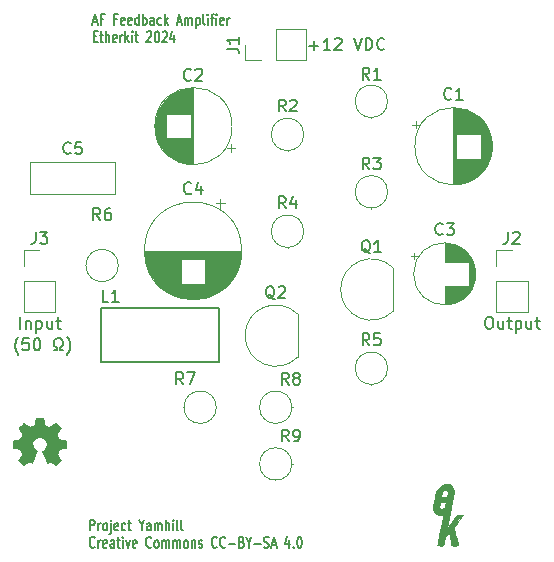
<source format=gto>
%TF.GenerationSoftware,KiCad,Pcbnew,7.0.10-7.0.10~ubuntu22.04.1*%
%TF.CreationDate,2024-01-03T18:25:55-08:00*%
%TF.ProjectId,YamhillAFFeedbackAmp,59616d68-696c-46c4-9146-466565646261,A*%
%TF.SameCoordinates,Original*%
%TF.FileFunction,Legend,Top*%
%TF.FilePolarity,Positive*%
%FSLAX46Y46*%
G04 Gerber Fmt 4.6, Leading zero omitted, Abs format (unit mm)*
G04 Created by KiCad (PCBNEW 7.0.10-7.0.10~ubuntu22.04.1) date 2024-01-03 18:25:55*
%MOMM*%
%LPD*%
G01*
G04 APERTURE LIST*
%ADD10C,0.150000*%
%ADD11C,0.175000*%
%ADD12C,0.120000*%
%ADD13C,0.002540*%
%ADD14C,0.200000*%
%ADD15R,1.300000X1.300000*%
%ADD16C,1.300000*%
%ADD17R,1.600000X1.600000*%
%ADD18C,1.600000*%
%ADD19O,1.600000X1.600000*%
%ADD20C,0.800000*%
%ADD21C,6.400000*%
%ADD22R,1.700000X1.700000*%
%ADD23O,1.700000X1.700000*%
G04 APERTURE END LIST*
D10*
X103222493Y-81250771D02*
X103174874Y-81203152D01*
X103174874Y-81203152D02*
X103079636Y-81060295D01*
X103079636Y-81060295D02*
X103032017Y-80965057D01*
X103032017Y-80965057D02*
X102984398Y-80822200D01*
X102984398Y-80822200D02*
X102936779Y-80584104D01*
X102936779Y-80584104D02*
X102936779Y-80393628D01*
X102936779Y-80393628D02*
X102984398Y-80155533D01*
X102984398Y-80155533D02*
X103032017Y-80012676D01*
X103032017Y-80012676D02*
X103079636Y-79917438D01*
X103079636Y-79917438D02*
X103174874Y-79774580D01*
X103174874Y-79774580D02*
X103222493Y-79726961D01*
X104079636Y-79869819D02*
X103603446Y-79869819D01*
X103603446Y-79869819D02*
X103555827Y-80346009D01*
X103555827Y-80346009D02*
X103603446Y-80298390D01*
X103603446Y-80298390D02*
X103698684Y-80250771D01*
X103698684Y-80250771D02*
X103936779Y-80250771D01*
X103936779Y-80250771D02*
X104032017Y-80298390D01*
X104032017Y-80298390D02*
X104079636Y-80346009D01*
X104079636Y-80346009D02*
X104127255Y-80441247D01*
X104127255Y-80441247D02*
X104127255Y-80679342D01*
X104127255Y-80679342D02*
X104079636Y-80774580D01*
X104079636Y-80774580D02*
X104032017Y-80822200D01*
X104032017Y-80822200D02*
X103936779Y-80869819D01*
X103936779Y-80869819D02*
X103698684Y-80869819D01*
X103698684Y-80869819D02*
X103603446Y-80822200D01*
X103603446Y-80822200D02*
X103555827Y-80774580D01*
X104746303Y-79869819D02*
X104841541Y-79869819D01*
X104841541Y-79869819D02*
X104936779Y-79917438D01*
X104936779Y-79917438D02*
X104984398Y-79965057D01*
X104984398Y-79965057D02*
X105032017Y-80060295D01*
X105032017Y-80060295D02*
X105079636Y-80250771D01*
X105079636Y-80250771D02*
X105079636Y-80488866D01*
X105079636Y-80488866D02*
X105032017Y-80679342D01*
X105032017Y-80679342D02*
X104984398Y-80774580D01*
X104984398Y-80774580D02*
X104936779Y-80822200D01*
X104936779Y-80822200D02*
X104841541Y-80869819D01*
X104841541Y-80869819D02*
X104746303Y-80869819D01*
X104746303Y-80869819D02*
X104651065Y-80822200D01*
X104651065Y-80822200D02*
X104603446Y-80774580D01*
X104603446Y-80774580D02*
X104555827Y-80679342D01*
X104555827Y-80679342D02*
X104508208Y-80488866D01*
X104508208Y-80488866D02*
X104508208Y-80250771D01*
X104508208Y-80250771D02*
X104555827Y-80060295D01*
X104555827Y-80060295D02*
X104603446Y-79965057D01*
X104603446Y-79965057D02*
X104651065Y-79917438D01*
X104651065Y-79917438D02*
X104746303Y-79869819D01*
X106222494Y-80869819D02*
X106460589Y-80869819D01*
X106460589Y-80869819D02*
X106460589Y-80679342D01*
X106460589Y-80679342D02*
X106365351Y-80631723D01*
X106365351Y-80631723D02*
X106270113Y-80536485D01*
X106270113Y-80536485D02*
X106222494Y-80393628D01*
X106222494Y-80393628D02*
X106222494Y-80155533D01*
X106222494Y-80155533D02*
X106270113Y-80012676D01*
X106270113Y-80012676D02*
X106365351Y-79917438D01*
X106365351Y-79917438D02*
X106508208Y-79869819D01*
X106508208Y-79869819D02*
X106698684Y-79869819D01*
X106698684Y-79869819D02*
X106841541Y-79917438D01*
X106841541Y-79917438D02*
X106936779Y-80012676D01*
X106936779Y-80012676D02*
X106984398Y-80155533D01*
X106984398Y-80155533D02*
X106984398Y-80393628D01*
X106984398Y-80393628D02*
X106936779Y-80536485D01*
X106936779Y-80536485D02*
X106841541Y-80631723D01*
X106841541Y-80631723D02*
X106746303Y-80679342D01*
X106746303Y-80679342D02*
X106746303Y-80869819D01*
X106746303Y-80869819D02*
X106984398Y-80869819D01*
X107317732Y-81250771D02*
X107365351Y-81203152D01*
X107365351Y-81203152D02*
X107460589Y-81060295D01*
X107460589Y-81060295D02*
X107508208Y-80965057D01*
X107508208Y-80965057D02*
X107555827Y-80822200D01*
X107555827Y-80822200D02*
X107603446Y-80584104D01*
X107603446Y-80584104D02*
X107603446Y-80393628D01*
X107603446Y-80393628D02*
X107555827Y-80155533D01*
X107555827Y-80155533D02*
X107508208Y-80012676D01*
X107508208Y-80012676D02*
X107460589Y-79917438D01*
X107460589Y-79917438D02*
X107365351Y-79774580D01*
X107365351Y-79774580D02*
X107317732Y-79726961D01*
D11*
X109281797Y-96131757D02*
X109281797Y-95231757D01*
X109281797Y-95231757D02*
X109548464Y-95231757D01*
X109548464Y-95231757D02*
X109615131Y-95274614D01*
X109615131Y-95274614D02*
X109648464Y-95317471D01*
X109648464Y-95317471D02*
X109681797Y-95403185D01*
X109681797Y-95403185D02*
X109681797Y-95531757D01*
X109681797Y-95531757D02*
X109648464Y-95617471D01*
X109648464Y-95617471D02*
X109615131Y-95660328D01*
X109615131Y-95660328D02*
X109548464Y-95703185D01*
X109548464Y-95703185D02*
X109281797Y-95703185D01*
X109981797Y-96131757D02*
X109981797Y-95531757D01*
X109981797Y-95703185D02*
X110015131Y-95617471D01*
X110015131Y-95617471D02*
X110048464Y-95574614D01*
X110048464Y-95574614D02*
X110115131Y-95531757D01*
X110115131Y-95531757D02*
X110181797Y-95531757D01*
X110515130Y-96131757D02*
X110448464Y-96088900D01*
X110448464Y-96088900D02*
X110415130Y-96046042D01*
X110415130Y-96046042D02*
X110381797Y-95960328D01*
X110381797Y-95960328D02*
X110381797Y-95703185D01*
X110381797Y-95703185D02*
X110415130Y-95617471D01*
X110415130Y-95617471D02*
X110448464Y-95574614D01*
X110448464Y-95574614D02*
X110515130Y-95531757D01*
X110515130Y-95531757D02*
X110615130Y-95531757D01*
X110615130Y-95531757D02*
X110681797Y-95574614D01*
X110681797Y-95574614D02*
X110715130Y-95617471D01*
X110715130Y-95617471D02*
X110748464Y-95703185D01*
X110748464Y-95703185D02*
X110748464Y-95960328D01*
X110748464Y-95960328D02*
X110715130Y-96046042D01*
X110715130Y-96046042D02*
X110681797Y-96088900D01*
X110681797Y-96088900D02*
X110615130Y-96131757D01*
X110615130Y-96131757D02*
X110515130Y-96131757D01*
X111048463Y-95531757D02*
X111048463Y-96303185D01*
X111048463Y-96303185D02*
X111015130Y-96388900D01*
X111015130Y-96388900D02*
X110948463Y-96431757D01*
X110948463Y-96431757D02*
X110915130Y-96431757D01*
X111048463Y-95231757D02*
X111015130Y-95274614D01*
X111015130Y-95274614D02*
X111048463Y-95317471D01*
X111048463Y-95317471D02*
X111081797Y-95274614D01*
X111081797Y-95274614D02*
X111048463Y-95231757D01*
X111048463Y-95231757D02*
X111048463Y-95317471D01*
X111648463Y-96088900D02*
X111581796Y-96131757D01*
X111581796Y-96131757D02*
X111448463Y-96131757D01*
X111448463Y-96131757D02*
X111381796Y-96088900D01*
X111381796Y-96088900D02*
X111348463Y-96003185D01*
X111348463Y-96003185D02*
X111348463Y-95660328D01*
X111348463Y-95660328D02*
X111381796Y-95574614D01*
X111381796Y-95574614D02*
X111448463Y-95531757D01*
X111448463Y-95531757D02*
X111581796Y-95531757D01*
X111581796Y-95531757D02*
X111648463Y-95574614D01*
X111648463Y-95574614D02*
X111681796Y-95660328D01*
X111681796Y-95660328D02*
X111681796Y-95746042D01*
X111681796Y-95746042D02*
X111348463Y-95831757D01*
X112281796Y-96088900D02*
X112215130Y-96131757D01*
X112215130Y-96131757D02*
X112081796Y-96131757D01*
X112081796Y-96131757D02*
X112015130Y-96088900D01*
X112015130Y-96088900D02*
X111981796Y-96046042D01*
X111981796Y-96046042D02*
X111948463Y-95960328D01*
X111948463Y-95960328D02*
X111948463Y-95703185D01*
X111948463Y-95703185D02*
X111981796Y-95617471D01*
X111981796Y-95617471D02*
X112015130Y-95574614D01*
X112015130Y-95574614D02*
X112081796Y-95531757D01*
X112081796Y-95531757D02*
X112215130Y-95531757D01*
X112215130Y-95531757D02*
X112281796Y-95574614D01*
X112481796Y-95531757D02*
X112748463Y-95531757D01*
X112581796Y-95231757D02*
X112581796Y-96003185D01*
X112581796Y-96003185D02*
X112615130Y-96088900D01*
X112615130Y-96088900D02*
X112681796Y-96131757D01*
X112681796Y-96131757D02*
X112748463Y-96131757D01*
X113648463Y-95703185D02*
X113648463Y-96131757D01*
X113415129Y-95231757D02*
X113648463Y-95703185D01*
X113648463Y-95703185D02*
X113881796Y-95231757D01*
X114415129Y-96131757D02*
X114415129Y-95660328D01*
X114415129Y-95660328D02*
X114381796Y-95574614D01*
X114381796Y-95574614D02*
X114315129Y-95531757D01*
X114315129Y-95531757D02*
X114181796Y-95531757D01*
X114181796Y-95531757D02*
X114115129Y-95574614D01*
X114415129Y-96088900D02*
X114348463Y-96131757D01*
X114348463Y-96131757D02*
X114181796Y-96131757D01*
X114181796Y-96131757D02*
X114115129Y-96088900D01*
X114115129Y-96088900D02*
X114081796Y-96003185D01*
X114081796Y-96003185D02*
X114081796Y-95917471D01*
X114081796Y-95917471D02*
X114115129Y-95831757D01*
X114115129Y-95831757D02*
X114181796Y-95788900D01*
X114181796Y-95788900D02*
X114348463Y-95788900D01*
X114348463Y-95788900D02*
X114415129Y-95746042D01*
X114748462Y-96131757D02*
X114748462Y-95531757D01*
X114748462Y-95617471D02*
X114781796Y-95574614D01*
X114781796Y-95574614D02*
X114848462Y-95531757D01*
X114848462Y-95531757D02*
X114948462Y-95531757D01*
X114948462Y-95531757D02*
X115015129Y-95574614D01*
X115015129Y-95574614D02*
X115048462Y-95660328D01*
X115048462Y-95660328D02*
X115048462Y-96131757D01*
X115048462Y-95660328D02*
X115081796Y-95574614D01*
X115081796Y-95574614D02*
X115148462Y-95531757D01*
X115148462Y-95531757D02*
X115248462Y-95531757D01*
X115248462Y-95531757D02*
X115315129Y-95574614D01*
X115315129Y-95574614D02*
X115348462Y-95660328D01*
X115348462Y-95660328D02*
X115348462Y-96131757D01*
X115681795Y-96131757D02*
X115681795Y-95231757D01*
X115981795Y-96131757D02*
X115981795Y-95660328D01*
X115981795Y-95660328D02*
X115948462Y-95574614D01*
X115948462Y-95574614D02*
X115881795Y-95531757D01*
X115881795Y-95531757D02*
X115781795Y-95531757D01*
X115781795Y-95531757D02*
X115715129Y-95574614D01*
X115715129Y-95574614D02*
X115681795Y-95617471D01*
X116315128Y-96131757D02*
X116315128Y-95531757D01*
X116315128Y-95231757D02*
X116281795Y-95274614D01*
X116281795Y-95274614D02*
X116315128Y-95317471D01*
X116315128Y-95317471D02*
X116348462Y-95274614D01*
X116348462Y-95274614D02*
X116315128Y-95231757D01*
X116315128Y-95231757D02*
X116315128Y-95317471D01*
X116748461Y-96131757D02*
X116681795Y-96088900D01*
X116681795Y-96088900D02*
X116648461Y-96003185D01*
X116648461Y-96003185D02*
X116648461Y-95231757D01*
X117115128Y-96131757D02*
X117048462Y-96088900D01*
X117048462Y-96088900D02*
X117015128Y-96003185D01*
X117015128Y-96003185D02*
X117015128Y-95231757D01*
X109681797Y-97495042D02*
X109648464Y-97537900D01*
X109648464Y-97537900D02*
X109548464Y-97580757D01*
X109548464Y-97580757D02*
X109481797Y-97580757D01*
X109481797Y-97580757D02*
X109381797Y-97537900D01*
X109381797Y-97537900D02*
X109315131Y-97452185D01*
X109315131Y-97452185D02*
X109281797Y-97366471D01*
X109281797Y-97366471D02*
X109248464Y-97195042D01*
X109248464Y-97195042D02*
X109248464Y-97066471D01*
X109248464Y-97066471D02*
X109281797Y-96895042D01*
X109281797Y-96895042D02*
X109315131Y-96809328D01*
X109315131Y-96809328D02*
X109381797Y-96723614D01*
X109381797Y-96723614D02*
X109481797Y-96680757D01*
X109481797Y-96680757D02*
X109548464Y-96680757D01*
X109548464Y-96680757D02*
X109648464Y-96723614D01*
X109648464Y-96723614D02*
X109681797Y-96766471D01*
X109981797Y-97580757D02*
X109981797Y-96980757D01*
X109981797Y-97152185D02*
X110015131Y-97066471D01*
X110015131Y-97066471D02*
X110048464Y-97023614D01*
X110048464Y-97023614D02*
X110115131Y-96980757D01*
X110115131Y-96980757D02*
X110181797Y-96980757D01*
X110681797Y-97537900D02*
X110615130Y-97580757D01*
X110615130Y-97580757D02*
X110481797Y-97580757D01*
X110481797Y-97580757D02*
X110415130Y-97537900D01*
X110415130Y-97537900D02*
X110381797Y-97452185D01*
X110381797Y-97452185D02*
X110381797Y-97109328D01*
X110381797Y-97109328D02*
X110415130Y-97023614D01*
X110415130Y-97023614D02*
X110481797Y-96980757D01*
X110481797Y-96980757D02*
X110615130Y-96980757D01*
X110615130Y-96980757D02*
X110681797Y-97023614D01*
X110681797Y-97023614D02*
X110715130Y-97109328D01*
X110715130Y-97109328D02*
X110715130Y-97195042D01*
X110715130Y-97195042D02*
X110381797Y-97280757D01*
X111315130Y-97580757D02*
X111315130Y-97109328D01*
X111315130Y-97109328D02*
X111281797Y-97023614D01*
X111281797Y-97023614D02*
X111215130Y-96980757D01*
X111215130Y-96980757D02*
X111081797Y-96980757D01*
X111081797Y-96980757D02*
X111015130Y-97023614D01*
X111315130Y-97537900D02*
X111248464Y-97580757D01*
X111248464Y-97580757D02*
X111081797Y-97580757D01*
X111081797Y-97580757D02*
X111015130Y-97537900D01*
X111015130Y-97537900D02*
X110981797Y-97452185D01*
X110981797Y-97452185D02*
X110981797Y-97366471D01*
X110981797Y-97366471D02*
X111015130Y-97280757D01*
X111015130Y-97280757D02*
X111081797Y-97237900D01*
X111081797Y-97237900D02*
X111248464Y-97237900D01*
X111248464Y-97237900D02*
X111315130Y-97195042D01*
X111548463Y-96980757D02*
X111815130Y-96980757D01*
X111648463Y-96680757D02*
X111648463Y-97452185D01*
X111648463Y-97452185D02*
X111681797Y-97537900D01*
X111681797Y-97537900D02*
X111748463Y-97580757D01*
X111748463Y-97580757D02*
X111815130Y-97580757D01*
X112048463Y-97580757D02*
X112048463Y-96980757D01*
X112048463Y-96680757D02*
X112015130Y-96723614D01*
X112015130Y-96723614D02*
X112048463Y-96766471D01*
X112048463Y-96766471D02*
X112081797Y-96723614D01*
X112081797Y-96723614D02*
X112048463Y-96680757D01*
X112048463Y-96680757D02*
X112048463Y-96766471D01*
X112315130Y-96980757D02*
X112481796Y-97580757D01*
X112481796Y-97580757D02*
X112648463Y-96980757D01*
X113181796Y-97537900D02*
X113115129Y-97580757D01*
X113115129Y-97580757D02*
X112981796Y-97580757D01*
X112981796Y-97580757D02*
X112915129Y-97537900D01*
X112915129Y-97537900D02*
X112881796Y-97452185D01*
X112881796Y-97452185D02*
X112881796Y-97109328D01*
X112881796Y-97109328D02*
X112915129Y-97023614D01*
X112915129Y-97023614D02*
X112981796Y-96980757D01*
X112981796Y-96980757D02*
X113115129Y-96980757D01*
X113115129Y-96980757D02*
X113181796Y-97023614D01*
X113181796Y-97023614D02*
X113215129Y-97109328D01*
X113215129Y-97109328D02*
X113215129Y-97195042D01*
X113215129Y-97195042D02*
X112881796Y-97280757D01*
X114448462Y-97495042D02*
X114415129Y-97537900D01*
X114415129Y-97537900D02*
X114315129Y-97580757D01*
X114315129Y-97580757D02*
X114248462Y-97580757D01*
X114248462Y-97580757D02*
X114148462Y-97537900D01*
X114148462Y-97537900D02*
X114081796Y-97452185D01*
X114081796Y-97452185D02*
X114048462Y-97366471D01*
X114048462Y-97366471D02*
X114015129Y-97195042D01*
X114015129Y-97195042D02*
X114015129Y-97066471D01*
X114015129Y-97066471D02*
X114048462Y-96895042D01*
X114048462Y-96895042D02*
X114081796Y-96809328D01*
X114081796Y-96809328D02*
X114148462Y-96723614D01*
X114148462Y-96723614D02*
X114248462Y-96680757D01*
X114248462Y-96680757D02*
X114315129Y-96680757D01*
X114315129Y-96680757D02*
X114415129Y-96723614D01*
X114415129Y-96723614D02*
X114448462Y-96766471D01*
X114848462Y-97580757D02*
X114781796Y-97537900D01*
X114781796Y-97537900D02*
X114748462Y-97495042D01*
X114748462Y-97495042D02*
X114715129Y-97409328D01*
X114715129Y-97409328D02*
X114715129Y-97152185D01*
X114715129Y-97152185D02*
X114748462Y-97066471D01*
X114748462Y-97066471D02*
X114781796Y-97023614D01*
X114781796Y-97023614D02*
X114848462Y-96980757D01*
X114848462Y-96980757D02*
X114948462Y-96980757D01*
X114948462Y-96980757D02*
X115015129Y-97023614D01*
X115015129Y-97023614D02*
X115048462Y-97066471D01*
X115048462Y-97066471D02*
X115081796Y-97152185D01*
X115081796Y-97152185D02*
X115081796Y-97409328D01*
X115081796Y-97409328D02*
X115048462Y-97495042D01*
X115048462Y-97495042D02*
X115015129Y-97537900D01*
X115015129Y-97537900D02*
X114948462Y-97580757D01*
X114948462Y-97580757D02*
X114848462Y-97580757D01*
X115381795Y-97580757D02*
X115381795Y-96980757D01*
X115381795Y-97066471D02*
X115415129Y-97023614D01*
X115415129Y-97023614D02*
X115481795Y-96980757D01*
X115481795Y-96980757D02*
X115581795Y-96980757D01*
X115581795Y-96980757D02*
X115648462Y-97023614D01*
X115648462Y-97023614D02*
X115681795Y-97109328D01*
X115681795Y-97109328D02*
X115681795Y-97580757D01*
X115681795Y-97109328D02*
X115715129Y-97023614D01*
X115715129Y-97023614D02*
X115781795Y-96980757D01*
X115781795Y-96980757D02*
X115881795Y-96980757D01*
X115881795Y-96980757D02*
X115948462Y-97023614D01*
X115948462Y-97023614D02*
X115981795Y-97109328D01*
X115981795Y-97109328D02*
X115981795Y-97580757D01*
X116315128Y-97580757D02*
X116315128Y-96980757D01*
X116315128Y-97066471D02*
X116348462Y-97023614D01*
X116348462Y-97023614D02*
X116415128Y-96980757D01*
X116415128Y-96980757D02*
X116515128Y-96980757D01*
X116515128Y-96980757D02*
X116581795Y-97023614D01*
X116581795Y-97023614D02*
X116615128Y-97109328D01*
X116615128Y-97109328D02*
X116615128Y-97580757D01*
X116615128Y-97109328D02*
X116648462Y-97023614D01*
X116648462Y-97023614D02*
X116715128Y-96980757D01*
X116715128Y-96980757D02*
X116815128Y-96980757D01*
X116815128Y-96980757D02*
X116881795Y-97023614D01*
X116881795Y-97023614D02*
X116915128Y-97109328D01*
X116915128Y-97109328D02*
X116915128Y-97580757D01*
X117348461Y-97580757D02*
X117281795Y-97537900D01*
X117281795Y-97537900D02*
X117248461Y-97495042D01*
X117248461Y-97495042D02*
X117215128Y-97409328D01*
X117215128Y-97409328D02*
X117215128Y-97152185D01*
X117215128Y-97152185D02*
X117248461Y-97066471D01*
X117248461Y-97066471D02*
X117281795Y-97023614D01*
X117281795Y-97023614D02*
X117348461Y-96980757D01*
X117348461Y-96980757D02*
X117448461Y-96980757D01*
X117448461Y-96980757D02*
X117515128Y-97023614D01*
X117515128Y-97023614D02*
X117548461Y-97066471D01*
X117548461Y-97066471D02*
X117581795Y-97152185D01*
X117581795Y-97152185D02*
X117581795Y-97409328D01*
X117581795Y-97409328D02*
X117548461Y-97495042D01*
X117548461Y-97495042D02*
X117515128Y-97537900D01*
X117515128Y-97537900D02*
X117448461Y-97580757D01*
X117448461Y-97580757D02*
X117348461Y-97580757D01*
X117881794Y-96980757D02*
X117881794Y-97580757D01*
X117881794Y-97066471D02*
X117915128Y-97023614D01*
X117915128Y-97023614D02*
X117981794Y-96980757D01*
X117981794Y-96980757D02*
X118081794Y-96980757D01*
X118081794Y-96980757D02*
X118148461Y-97023614D01*
X118148461Y-97023614D02*
X118181794Y-97109328D01*
X118181794Y-97109328D02*
X118181794Y-97580757D01*
X118481794Y-97537900D02*
X118548461Y-97580757D01*
X118548461Y-97580757D02*
X118681794Y-97580757D01*
X118681794Y-97580757D02*
X118748461Y-97537900D01*
X118748461Y-97537900D02*
X118781794Y-97452185D01*
X118781794Y-97452185D02*
X118781794Y-97409328D01*
X118781794Y-97409328D02*
X118748461Y-97323614D01*
X118748461Y-97323614D02*
X118681794Y-97280757D01*
X118681794Y-97280757D02*
X118581794Y-97280757D01*
X118581794Y-97280757D02*
X118515127Y-97237900D01*
X118515127Y-97237900D02*
X118481794Y-97152185D01*
X118481794Y-97152185D02*
X118481794Y-97109328D01*
X118481794Y-97109328D02*
X118515127Y-97023614D01*
X118515127Y-97023614D02*
X118581794Y-96980757D01*
X118581794Y-96980757D02*
X118681794Y-96980757D01*
X118681794Y-96980757D02*
X118748461Y-97023614D01*
X120015127Y-97495042D02*
X119981794Y-97537900D01*
X119981794Y-97537900D02*
X119881794Y-97580757D01*
X119881794Y-97580757D02*
X119815127Y-97580757D01*
X119815127Y-97580757D02*
X119715127Y-97537900D01*
X119715127Y-97537900D02*
X119648461Y-97452185D01*
X119648461Y-97452185D02*
X119615127Y-97366471D01*
X119615127Y-97366471D02*
X119581794Y-97195042D01*
X119581794Y-97195042D02*
X119581794Y-97066471D01*
X119581794Y-97066471D02*
X119615127Y-96895042D01*
X119615127Y-96895042D02*
X119648461Y-96809328D01*
X119648461Y-96809328D02*
X119715127Y-96723614D01*
X119715127Y-96723614D02*
X119815127Y-96680757D01*
X119815127Y-96680757D02*
X119881794Y-96680757D01*
X119881794Y-96680757D02*
X119981794Y-96723614D01*
X119981794Y-96723614D02*
X120015127Y-96766471D01*
X120715127Y-97495042D02*
X120681794Y-97537900D01*
X120681794Y-97537900D02*
X120581794Y-97580757D01*
X120581794Y-97580757D02*
X120515127Y-97580757D01*
X120515127Y-97580757D02*
X120415127Y-97537900D01*
X120415127Y-97537900D02*
X120348461Y-97452185D01*
X120348461Y-97452185D02*
X120315127Y-97366471D01*
X120315127Y-97366471D02*
X120281794Y-97195042D01*
X120281794Y-97195042D02*
X120281794Y-97066471D01*
X120281794Y-97066471D02*
X120315127Y-96895042D01*
X120315127Y-96895042D02*
X120348461Y-96809328D01*
X120348461Y-96809328D02*
X120415127Y-96723614D01*
X120415127Y-96723614D02*
X120515127Y-96680757D01*
X120515127Y-96680757D02*
X120581794Y-96680757D01*
X120581794Y-96680757D02*
X120681794Y-96723614D01*
X120681794Y-96723614D02*
X120715127Y-96766471D01*
X121015127Y-97237900D02*
X121548461Y-97237900D01*
X122115128Y-97109328D02*
X122215128Y-97152185D01*
X122215128Y-97152185D02*
X122248461Y-97195042D01*
X122248461Y-97195042D02*
X122281794Y-97280757D01*
X122281794Y-97280757D02*
X122281794Y-97409328D01*
X122281794Y-97409328D02*
X122248461Y-97495042D01*
X122248461Y-97495042D02*
X122215128Y-97537900D01*
X122215128Y-97537900D02*
X122148461Y-97580757D01*
X122148461Y-97580757D02*
X121881794Y-97580757D01*
X121881794Y-97580757D02*
X121881794Y-96680757D01*
X121881794Y-96680757D02*
X122115128Y-96680757D01*
X122115128Y-96680757D02*
X122181794Y-96723614D01*
X122181794Y-96723614D02*
X122215128Y-96766471D01*
X122215128Y-96766471D02*
X122248461Y-96852185D01*
X122248461Y-96852185D02*
X122248461Y-96937900D01*
X122248461Y-96937900D02*
X122215128Y-97023614D01*
X122215128Y-97023614D02*
X122181794Y-97066471D01*
X122181794Y-97066471D02*
X122115128Y-97109328D01*
X122115128Y-97109328D02*
X121881794Y-97109328D01*
X122715128Y-97152185D02*
X122715128Y-97580757D01*
X122481794Y-96680757D02*
X122715128Y-97152185D01*
X122715128Y-97152185D02*
X122948461Y-96680757D01*
X123181794Y-97237900D02*
X123715128Y-97237900D01*
X124015128Y-97537900D02*
X124115128Y-97580757D01*
X124115128Y-97580757D02*
X124281795Y-97580757D01*
X124281795Y-97580757D02*
X124348461Y-97537900D01*
X124348461Y-97537900D02*
X124381795Y-97495042D01*
X124381795Y-97495042D02*
X124415128Y-97409328D01*
X124415128Y-97409328D02*
X124415128Y-97323614D01*
X124415128Y-97323614D02*
X124381795Y-97237900D01*
X124381795Y-97237900D02*
X124348461Y-97195042D01*
X124348461Y-97195042D02*
X124281795Y-97152185D01*
X124281795Y-97152185D02*
X124148461Y-97109328D01*
X124148461Y-97109328D02*
X124081795Y-97066471D01*
X124081795Y-97066471D02*
X124048461Y-97023614D01*
X124048461Y-97023614D02*
X124015128Y-96937900D01*
X124015128Y-96937900D02*
X124015128Y-96852185D01*
X124015128Y-96852185D02*
X124048461Y-96766471D01*
X124048461Y-96766471D02*
X124081795Y-96723614D01*
X124081795Y-96723614D02*
X124148461Y-96680757D01*
X124148461Y-96680757D02*
X124315128Y-96680757D01*
X124315128Y-96680757D02*
X124415128Y-96723614D01*
X124681795Y-97323614D02*
X125015128Y-97323614D01*
X124615128Y-97580757D02*
X124848462Y-96680757D01*
X124848462Y-96680757D02*
X125081795Y-97580757D01*
X126148461Y-96980757D02*
X126148461Y-97580757D01*
X125981795Y-96637900D02*
X125815128Y-97280757D01*
X125815128Y-97280757D02*
X126248461Y-97280757D01*
X126515128Y-97495042D02*
X126548462Y-97537900D01*
X126548462Y-97537900D02*
X126515128Y-97580757D01*
X126515128Y-97580757D02*
X126481795Y-97537900D01*
X126481795Y-97537900D02*
X126515128Y-97495042D01*
X126515128Y-97495042D02*
X126515128Y-97580757D01*
X126981795Y-96680757D02*
X127048461Y-96680757D01*
X127048461Y-96680757D02*
X127115128Y-96723614D01*
X127115128Y-96723614D02*
X127148461Y-96766471D01*
X127148461Y-96766471D02*
X127181795Y-96852185D01*
X127181795Y-96852185D02*
X127215128Y-97023614D01*
X127215128Y-97023614D02*
X127215128Y-97237900D01*
X127215128Y-97237900D02*
X127181795Y-97409328D01*
X127181795Y-97409328D02*
X127148461Y-97495042D01*
X127148461Y-97495042D02*
X127115128Y-97537900D01*
X127115128Y-97537900D02*
X127048461Y-97580757D01*
X127048461Y-97580757D02*
X126981795Y-97580757D01*
X126981795Y-97580757D02*
X126915128Y-97537900D01*
X126915128Y-97537900D02*
X126881795Y-97495042D01*
X126881795Y-97495042D02*
X126848461Y-97409328D01*
X126848461Y-97409328D02*
X126815128Y-97237900D01*
X126815128Y-97237900D02*
X126815128Y-97023614D01*
X126815128Y-97023614D02*
X126848461Y-96852185D01*
X126848461Y-96852185D02*
X126881795Y-96766471D01*
X126881795Y-96766471D02*
X126915128Y-96723614D01*
X126915128Y-96723614D02*
X126981795Y-96680757D01*
X109548464Y-53074614D02*
X109881797Y-53074614D01*
X109481797Y-53331757D02*
X109715131Y-52431757D01*
X109715131Y-52431757D02*
X109948464Y-53331757D01*
X110415131Y-52860328D02*
X110181797Y-52860328D01*
X110181797Y-53331757D02*
X110181797Y-52431757D01*
X110181797Y-52431757D02*
X110515131Y-52431757D01*
X111548464Y-52860328D02*
X111315130Y-52860328D01*
X111315130Y-53331757D02*
X111315130Y-52431757D01*
X111315130Y-52431757D02*
X111648464Y-52431757D01*
X112181797Y-53288900D02*
X112115130Y-53331757D01*
X112115130Y-53331757D02*
X111981797Y-53331757D01*
X111981797Y-53331757D02*
X111915130Y-53288900D01*
X111915130Y-53288900D02*
X111881797Y-53203185D01*
X111881797Y-53203185D02*
X111881797Y-52860328D01*
X111881797Y-52860328D02*
X111915130Y-52774614D01*
X111915130Y-52774614D02*
X111981797Y-52731757D01*
X111981797Y-52731757D02*
X112115130Y-52731757D01*
X112115130Y-52731757D02*
X112181797Y-52774614D01*
X112181797Y-52774614D02*
X112215130Y-52860328D01*
X112215130Y-52860328D02*
X112215130Y-52946042D01*
X112215130Y-52946042D02*
X111881797Y-53031757D01*
X112781797Y-53288900D02*
X112715130Y-53331757D01*
X112715130Y-53331757D02*
X112581797Y-53331757D01*
X112581797Y-53331757D02*
X112515130Y-53288900D01*
X112515130Y-53288900D02*
X112481797Y-53203185D01*
X112481797Y-53203185D02*
X112481797Y-52860328D01*
X112481797Y-52860328D02*
X112515130Y-52774614D01*
X112515130Y-52774614D02*
X112581797Y-52731757D01*
X112581797Y-52731757D02*
X112715130Y-52731757D01*
X112715130Y-52731757D02*
X112781797Y-52774614D01*
X112781797Y-52774614D02*
X112815130Y-52860328D01*
X112815130Y-52860328D02*
X112815130Y-52946042D01*
X112815130Y-52946042D02*
X112481797Y-53031757D01*
X113415130Y-53331757D02*
X113415130Y-52431757D01*
X113415130Y-53288900D02*
X113348464Y-53331757D01*
X113348464Y-53331757D02*
X113215130Y-53331757D01*
X113215130Y-53331757D02*
X113148464Y-53288900D01*
X113148464Y-53288900D02*
X113115130Y-53246042D01*
X113115130Y-53246042D02*
X113081797Y-53160328D01*
X113081797Y-53160328D02*
X113081797Y-52903185D01*
X113081797Y-52903185D02*
X113115130Y-52817471D01*
X113115130Y-52817471D02*
X113148464Y-52774614D01*
X113148464Y-52774614D02*
X113215130Y-52731757D01*
X113215130Y-52731757D02*
X113348464Y-52731757D01*
X113348464Y-52731757D02*
X113415130Y-52774614D01*
X113748463Y-53331757D02*
X113748463Y-52431757D01*
X113748463Y-52774614D02*
X113815130Y-52731757D01*
X113815130Y-52731757D02*
X113948463Y-52731757D01*
X113948463Y-52731757D02*
X114015130Y-52774614D01*
X114015130Y-52774614D02*
X114048463Y-52817471D01*
X114048463Y-52817471D02*
X114081797Y-52903185D01*
X114081797Y-52903185D02*
X114081797Y-53160328D01*
X114081797Y-53160328D02*
X114048463Y-53246042D01*
X114048463Y-53246042D02*
X114015130Y-53288900D01*
X114015130Y-53288900D02*
X113948463Y-53331757D01*
X113948463Y-53331757D02*
X113815130Y-53331757D01*
X113815130Y-53331757D02*
X113748463Y-53288900D01*
X114681796Y-53331757D02*
X114681796Y-52860328D01*
X114681796Y-52860328D02*
X114648463Y-52774614D01*
X114648463Y-52774614D02*
X114581796Y-52731757D01*
X114581796Y-52731757D02*
X114448463Y-52731757D01*
X114448463Y-52731757D02*
X114381796Y-52774614D01*
X114681796Y-53288900D02*
X114615130Y-53331757D01*
X114615130Y-53331757D02*
X114448463Y-53331757D01*
X114448463Y-53331757D02*
X114381796Y-53288900D01*
X114381796Y-53288900D02*
X114348463Y-53203185D01*
X114348463Y-53203185D02*
X114348463Y-53117471D01*
X114348463Y-53117471D02*
X114381796Y-53031757D01*
X114381796Y-53031757D02*
X114448463Y-52988900D01*
X114448463Y-52988900D02*
X114615130Y-52988900D01*
X114615130Y-52988900D02*
X114681796Y-52946042D01*
X115315129Y-53288900D02*
X115248463Y-53331757D01*
X115248463Y-53331757D02*
X115115129Y-53331757D01*
X115115129Y-53331757D02*
X115048463Y-53288900D01*
X115048463Y-53288900D02*
X115015129Y-53246042D01*
X115015129Y-53246042D02*
X114981796Y-53160328D01*
X114981796Y-53160328D02*
X114981796Y-52903185D01*
X114981796Y-52903185D02*
X115015129Y-52817471D01*
X115015129Y-52817471D02*
X115048463Y-52774614D01*
X115048463Y-52774614D02*
X115115129Y-52731757D01*
X115115129Y-52731757D02*
X115248463Y-52731757D01*
X115248463Y-52731757D02*
X115315129Y-52774614D01*
X115615129Y-53331757D02*
X115615129Y-52431757D01*
X115681796Y-52988900D02*
X115881796Y-53331757D01*
X115881796Y-52731757D02*
X115615129Y-53074614D01*
X116681796Y-53074614D02*
X117015129Y-53074614D01*
X116615129Y-53331757D02*
X116848463Y-52431757D01*
X116848463Y-52431757D02*
X117081796Y-53331757D01*
X117315129Y-53331757D02*
X117315129Y-52731757D01*
X117315129Y-52817471D02*
X117348463Y-52774614D01*
X117348463Y-52774614D02*
X117415129Y-52731757D01*
X117415129Y-52731757D02*
X117515129Y-52731757D01*
X117515129Y-52731757D02*
X117581796Y-52774614D01*
X117581796Y-52774614D02*
X117615129Y-52860328D01*
X117615129Y-52860328D02*
X117615129Y-53331757D01*
X117615129Y-52860328D02*
X117648463Y-52774614D01*
X117648463Y-52774614D02*
X117715129Y-52731757D01*
X117715129Y-52731757D02*
X117815129Y-52731757D01*
X117815129Y-52731757D02*
X117881796Y-52774614D01*
X117881796Y-52774614D02*
X117915129Y-52860328D01*
X117915129Y-52860328D02*
X117915129Y-53331757D01*
X118248462Y-52731757D02*
X118248462Y-53631757D01*
X118248462Y-52774614D02*
X118315129Y-52731757D01*
X118315129Y-52731757D02*
X118448462Y-52731757D01*
X118448462Y-52731757D02*
X118515129Y-52774614D01*
X118515129Y-52774614D02*
X118548462Y-52817471D01*
X118548462Y-52817471D02*
X118581796Y-52903185D01*
X118581796Y-52903185D02*
X118581796Y-53160328D01*
X118581796Y-53160328D02*
X118548462Y-53246042D01*
X118548462Y-53246042D02*
X118515129Y-53288900D01*
X118515129Y-53288900D02*
X118448462Y-53331757D01*
X118448462Y-53331757D02*
X118315129Y-53331757D01*
X118315129Y-53331757D02*
X118248462Y-53288900D01*
X118981795Y-53331757D02*
X118915129Y-53288900D01*
X118915129Y-53288900D02*
X118881795Y-53203185D01*
X118881795Y-53203185D02*
X118881795Y-52431757D01*
X119248462Y-53331757D02*
X119248462Y-52731757D01*
X119248462Y-52431757D02*
X119215129Y-52474614D01*
X119215129Y-52474614D02*
X119248462Y-52517471D01*
X119248462Y-52517471D02*
X119281796Y-52474614D01*
X119281796Y-52474614D02*
X119248462Y-52431757D01*
X119248462Y-52431757D02*
X119248462Y-52517471D01*
X119481795Y-52731757D02*
X119748462Y-52731757D01*
X119581795Y-53331757D02*
X119581795Y-52560328D01*
X119581795Y-52560328D02*
X119615129Y-52474614D01*
X119615129Y-52474614D02*
X119681795Y-52431757D01*
X119681795Y-52431757D02*
X119748462Y-52431757D01*
X119981795Y-53331757D02*
X119981795Y-52731757D01*
X119981795Y-52431757D02*
X119948462Y-52474614D01*
X119948462Y-52474614D02*
X119981795Y-52517471D01*
X119981795Y-52517471D02*
X120015129Y-52474614D01*
X120015129Y-52474614D02*
X119981795Y-52431757D01*
X119981795Y-52431757D02*
X119981795Y-52517471D01*
X120581795Y-53288900D02*
X120515128Y-53331757D01*
X120515128Y-53331757D02*
X120381795Y-53331757D01*
X120381795Y-53331757D02*
X120315128Y-53288900D01*
X120315128Y-53288900D02*
X120281795Y-53203185D01*
X120281795Y-53203185D02*
X120281795Y-52860328D01*
X120281795Y-52860328D02*
X120315128Y-52774614D01*
X120315128Y-52774614D02*
X120381795Y-52731757D01*
X120381795Y-52731757D02*
X120515128Y-52731757D01*
X120515128Y-52731757D02*
X120581795Y-52774614D01*
X120581795Y-52774614D02*
X120615128Y-52860328D01*
X120615128Y-52860328D02*
X120615128Y-52946042D01*
X120615128Y-52946042D02*
X120281795Y-53031757D01*
X120915128Y-53331757D02*
X120915128Y-52731757D01*
X120915128Y-52903185D02*
X120948462Y-52817471D01*
X120948462Y-52817471D02*
X120981795Y-52774614D01*
X120981795Y-52774614D02*
X121048462Y-52731757D01*
X121048462Y-52731757D02*
X121115128Y-52731757D01*
X109581797Y-54309328D02*
X109815131Y-54309328D01*
X109915131Y-54780757D02*
X109581797Y-54780757D01*
X109581797Y-54780757D02*
X109581797Y-53880757D01*
X109581797Y-53880757D02*
X109915131Y-53880757D01*
X110115130Y-54180757D02*
X110381797Y-54180757D01*
X110215130Y-53880757D02*
X110215130Y-54652185D01*
X110215130Y-54652185D02*
X110248464Y-54737900D01*
X110248464Y-54737900D02*
X110315130Y-54780757D01*
X110315130Y-54780757D02*
X110381797Y-54780757D01*
X110615130Y-54780757D02*
X110615130Y-53880757D01*
X110915130Y-54780757D02*
X110915130Y-54309328D01*
X110915130Y-54309328D02*
X110881797Y-54223614D01*
X110881797Y-54223614D02*
X110815130Y-54180757D01*
X110815130Y-54180757D02*
X110715130Y-54180757D01*
X110715130Y-54180757D02*
X110648464Y-54223614D01*
X110648464Y-54223614D02*
X110615130Y-54266471D01*
X111515130Y-54737900D02*
X111448463Y-54780757D01*
X111448463Y-54780757D02*
X111315130Y-54780757D01*
X111315130Y-54780757D02*
X111248463Y-54737900D01*
X111248463Y-54737900D02*
X111215130Y-54652185D01*
X111215130Y-54652185D02*
X111215130Y-54309328D01*
X111215130Y-54309328D02*
X111248463Y-54223614D01*
X111248463Y-54223614D02*
X111315130Y-54180757D01*
X111315130Y-54180757D02*
X111448463Y-54180757D01*
X111448463Y-54180757D02*
X111515130Y-54223614D01*
X111515130Y-54223614D02*
X111548463Y-54309328D01*
X111548463Y-54309328D02*
X111548463Y-54395042D01*
X111548463Y-54395042D02*
X111215130Y-54480757D01*
X111848463Y-54780757D02*
X111848463Y-54180757D01*
X111848463Y-54352185D02*
X111881797Y-54266471D01*
X111881797Y-54266471D02*
X111915130Y-54223614D01*
X111915130Y-54223614D02*
X111981797Y-54180757D01*
X111981797Y-54180757D02*
X112048463Y-54180757D01*
X112281796Y-54780757D02*
X112281796Y-53880757D01*
X112348463Y-54437900D02*
X112548463Y-54780757D01*
X112548463Y-54180757D02*
X112281796Y-54523614D01*
X112848463Y-54780757D02*
X112848463Y-54180757D01*
X112848463Y-53880757D02*
X112815130Y-53923614D01*
X112815130Y-53923614D02*
X112848463Y-53966471D01*
X112848463Y-53966471D02*
X112881797Y-53923614D01*
X112881797Y-53923614D02*
X112848463Y-53880757D01*
X112848463Y-53880757D02*
X112848463Y-53966471D01*
X113081796Y-54180757D02*
X113348463Y-54180757D01*
X113181796Y-53880757D02*
X113181796Y-54652185D01*
X113181796Y-54652185D02*
X113215130Y-54737900D01*
X113215130Y-54737900D02*
X113281796Y-54780757D01*
X113281796Y-54780757D02*
X113348463Y-54780757D01*
X114081796Y-53966471D02*
X114115129Y-53923614D01*
X114115129Y-53923614D02*
X114181796Y-53880757D01*
X114181796Y-53880757D02*
X114348463Y-53880757D01*
X114348463Y-53880757D02*
X114415129Y-53923614D01*
X114415129Y-53923614D02*
X114448463Y-53966471D01*
X114448463Y-53966471D02*
X114481796Y-54052185D01*
X114481796Y-54052185D02*
X114481796Y-54137900D01*
X114481796Y-54137900D02*
X114448463Y-54266471D01*
X114448463Y-54266471D02*
X114048463Y-54780757D01*
X114048463Y-54780757D02*
X114481796Y-54780757D01*
X114915130Y-53880757D02*
X114981796Y-53880757D01*
X114981796Y-53880757D02*
X115048463Y-53923614D01*
X115048463Y-53923614D02*
X115081796Y-53966471D01*
X115081796Y-53966471D02*
X115115130Y-54052185D01*
X115115130Y-54052185D02*
X115148463Y-54223614D01*
X115148463Y-54223614D02*
X115148463Y-54437900D01*
X115148463Y-54437900D02*
X115115130Y-54609328D01*
X115115130Y-54609328D02*
X115081796Y-54695042D01*
X115081796Y-54695042D02*
X115048463Y-54737900D01*
X115048463Y-54737900D02*
X114981796Y-54780757D01*
X114981796Y-54780757D02*
X114915130Y-54780757D01*
X114915130Y-54780757D02*
X114848463Y-54737900D01*
X114848463Y-54737900D02*
X114815130Y-54695042D01*
X114815130Y-54695042D02*
X114781796Y-54609328D01*
X114781796Y-54609328D02*
X114748463Y-54437900D01*
X114748463Y-54437900D02*
X114748463Y-54223614D01*
X114748463Y-54223614D02*
X114781796Y-54052185D01*
X114781796Y-54052185D02*
X114815130Y-53966471D01*
X114815130Y-53966471D02*
X114848463Y-53923614D01*
X114848463Y-53923614D02*
X114915130Y-53880757D01*
X115415130Y-53966471D02*
X115448463Y-53923614D01*
X115448463Y-53923614D02*
X115515130Y-53880757D01*
X115515130Y-53880757D02*
X115681797Y-53880757D01*
X115681797Y-53880757D02*
X115748463Y-53923614D01*
X115748463Y-53923614D02*
X115781797Y-53966471D01*
X115781797Y-53966471D02*
X115815130Y-54052185D01*
X115815130Y-54052185D02*
X115815130Y-54137900D01*
X115815130Y-54137900D02*
X115781797Y-54266471D01*
X115781797Y-54266471D02*
X115381797Y-54780757D01*
X115381797Y-54780757D02*
X115815130Y-54780757D01*
X116415130Y-54180757D02*
X116415130Y-54780757D01*
X116248464Y-53837900D02*
X116081797Y-54480757D01*
X116081797Y-54480757D02*
X116515130Y-54480757D01*
D10*
X124904761Y-76550057D02*
X124809523Y-76502438D01*
X124809523Y-76502438D02*
X124714285Y-76407200D01*
X124714285Y-76407200D02*
X124571428Y-76264342D01*
X124571428Y-76264342D02*
X124476190Y-76216723D01*
X124476190Y-76216723D02*
X124380952Y-76216723D01*
X124428571Y-76454819D02*
X124333333Y-76407200D01*
X124333333Y-76407200D02*
X124238095Y-76311961D01*
X124238095Y-76311961D02*
X124190476Y-76121485D01*
X124190476Y-76121485D02*
X124190476Y-75788152D01*
X124190476Y-75788152D02*
X124238095Y-75597676D01*
X124238095Y-75597676D02*
X124333333Y-75502438D01*
X124333333Y-75502438D02*
X124428571Y-75454819D01*
X124428571Y-75454819D02*
X124619047Y-75454819D01*
X124619047Y-75454819D02*
X124714285Y-75502438D01*
X124714285Y-75502438D02*
X124809523Y-75597676D01*
X124809523Y-75597676D02*
X124857142Y-75788152D01*
X124857142Y-75788152D02*
X124857142Y-76121485D01*
X124857142Y-76121485D02*
X124809523Y-76311961D01*
X124809523Y-76311961D02*
X124714285Y-76407200D01*
X124714285Y-76407200D02*
X124619047Y-76454819D01*
X124619047Y-76454819D02*
X124428571Y-76454819D01*
X125238095Y-75550057D02*
X125285714Y-75502438D01*
X125285714Y-75502438D02*
X125380952Y-75454819D01*
X125380952Y-75454819D02*
X125619047Y-75454819D01*
X125619047Y-75454819D02*
X125714285Y-75502438D01*
X125714285Y-75502438D02*
X125761904Y-75550057D01*
X125761904Y-75550057D02*
X125809523Y-75645295D01*
X125809523Y-75645295D02*
X125809523Y-75740533D01*
X125809523Y-75740533D02*
X125761904Y-75883390D01*
X125761904Y-75883390D02*
X125190476Y-76454819D01*
X125190476Y-76454819D02*
X125809523Y-76454819D01*
X139883333Y-59559580D02*
X139835714Y-59607200D01*
X139835714Y-59607200D02*
X139692857Y-59654819D01*
X139692857Y-59654819D02*
X139597619Y-59654819D01*
X139597619Y-59654819D02*
X139454762Y-59607200D01*
X139454762Y-59607200D02*
X139359524Y-59511961D01*
X139359524Y-59511961D02*
X139311905Y-59416723D01*
X139311905Y-59416723D02*
X139264286Y-59226247D01*
X139264286Y-59226247D02*
X139264286Y-59083390D01*
X139264286Y-59083390D02*
X139311905Y-58892914D01*
X139311905Y-58892914D02*
X139359524Y-58797676D01*
X139359524Y-58797676D02*
X139454762Y-58702438D01*
X139454762Y-58702438D02*
X139597619Y-58654819D01*
X139597619Y-58654819D02*
X139692857Y-58654819D01*
X139692857Y-58654819D02*
X139835714Y-58702438D01*
X139835714Y-58702438D02*
X139883333Y-58750057D01*
X140835714Y-59654819D02*
X140264286Y-59654819D01*
X140550000Y-59654819D02*
X140550000Y-58654819D01*
X140550000Y-58654819D02*
X140454762Y-58797676D01*
X140454762Y-58797676D02*
X140359524Y-58892914D01*
X140359524Y-58892914D02*
X140264286Y-58940533D01*
X139133333Y-71009580D02*
X139085714Y-71057200D01*
X139085714Y-71057200D02*
X138942857Y-71104819D01*
X138942857Y-71104819D02*
X138847619Y-71104819D01*
X138847619Y-71104819D02*
X138704762Y-71057200D01*
X138704762Y-71057200D02*
X138609524Y-70961961D01*
X138609524Y-70961961D02*
X138561905Y-70866723D01*
X138561905Y-70866723D02*
X138514286Y-70676247D01*
X138514286Y-70676247D02*
X138514286Y-70533390D01*
X138514286Y-70533390D02*
X138561905Y-70342914D01*
X138561905Y-70342914D02*
X138609524Y-70247676D01*
X138609524Y-70247676D02*
X138704762Y-70152438D01*
X138704762Y-70152438D02*
X138847619Y-70104819D01*
X138847619Y-70104819D02*
X138942857Y-70104819D01*
X138942857Y-70104819D02*
X139085714Y-70152438D01*
X139085714Y-70152438D02*
X139133333Y-70200057D01*
X139466667Y-70104819D02*
X140085714Y-70104819D01*
X140085714Y-70104819D02*
X139752381Y-70485771D01*
X139752381Y-70485771D02*
X139895238Y-70485771D01*
X139895238Y-70485771D02*
X139990476Y-70533390D01*
X139990476Y-70533390D02*
X140038095Y-70581009D01*
X140038095Y-70581009D02*
X140085714Y-70676247D01*
X140085714Y-70676247D02*
X140085714Y-70914342D01*
X140085714Y-70914342D02*
X140038095Y-71009580D01*
X140038095Y-71009580D02*
X139990476Y-71057200D01*
X139990476Y-71057200D02*
X139895238Y-71104819D01*
X139895238Y-71104819D02*
X139609524Y-71104819D01*
X139609524Y-71104819D02*
X139514286Y-71057200D01*
X139514286Y-71057200D02*
X139466667Y-71009580D01*
X132933333Y-65554819D02*
X132600000Y-65078628D01*
X132361905Y-65554819D02*
X132361905Y-64554819D01*
X132361905Y-64554819D02*
X132742857Y-64554819D01*
X132742857Y-64554819D02*
X132838095Y-64602438D01*
X132838095Y-64602438D02*
X132885714Y-64650057D01*
X132885714Y-64650057D02*
X132933333Y-64745295D01*
X132933333Y-64745295D02*
X132933333Y-64888152D01*
X132933333Y-64888152D02*
X132885714Y-64983390D01*
X132885714Y-64983390D02*
X132838095Y-65031009D01*
X132838095Y-65031009D02*
X132742857Y-65078628D01*
X132742857Y-65078628D02*
X132361905Y-65078628D01*
X133266667Y-64554819D02*
X133885714Y-64554819D01*
X133885714Y-64554819D02*
X133552381Y-64935771D01*
X133552381Y-64935771D02*
X133695238Y-64935771D01*
X133695238Y-64935771D02*
X133790476Y-64983390D01*
X133790476Y-64983390D02*
X133838095Y-65031009D01*
X133838095Y-65031009D02*
X133885714Y-65126247D01*
X133885714Y-65126247D02*
X133885714Y-65364342D01*
X133885714Y-65364342D02*
X133838095Y-65459580D01*
X133838095Y-65459580D02*
X133790476Y-65507200D01*
X133790476Y-65507200D02*
X133695238Y-65554819D01*
X133695238Y-65554819D02*
X133409524Y-65554819D01*
X133409524Y-65554819D02*
X133314286Y-65507200D01*
X133314286Y-65507200D02*
X133266667Y-65459580D01*
X132933333Y-80454819D02*
X132600000Y-79978628D01*
X132361905Y-80454819D02*
X132361905Y-79454819D01*
X132361905Y-79454819D02*
X132742857Y-79454819D01*
X132742857Y-79454819D02*
X132838095Y-79502438D01*
X132838095Y-79502438D02*
X132885714Y-79550057D01*
X132885714Y-79550057D02*
X132933333Y-79645295D01*
X132933333Y-79645295D02*
X132933333Y-79788152D01*
X132933333Y-79788152D02*
X132885714Y-79883390D01*
X132885714Y-79883390D02*
X132838095Y-79931009D01*
X132838095Y-79931009D02*
X132742857Y-79978628D01*
X132742857Y-79978628D02*
X132361905Y-79978628D01*
X133838095Y-79454819D02*
X133361905Y-79454819D01*
X133361905Y-79454819D02*
X133314286Y-79931009D01*
X133314286Y-79931009D02*
X133361905Y-79883390D01*
X133361905Y-79883390D02*
X133457143Y-79835771D01*
X133457143Y-79835771D02*
X133695238Y-79835771D01*
X133695238Y-79835771D02*
X133790476Y-79883390D01*
X133790476Y-79883390D02*
X133838095Y-79931009D01*
X133838095Y-79931009D02*
X133885714Y-80026247D01*
X133885714Y-80026247D02*
X133885714Y-80264342D01*
X133885714Y-80264342D02*
X133838095Y-80359580D01*
X133838095Y-80359580D02*
X133790476Y-80407200D01*
X133790476Y-80407200D02*
X133695238Y-80454819D01*
X133695238Y-80454819D02*
X133457143Y-80454819D01*
X133457143Y-80454819D02*
X133361905Y-80407200D01*
X133361905Y-80407200D02*
X133314286Y-80359580D01*
X132933333Y-57954819D02*
X132600000Y-57478628D01*
X132361905Y-57954819D02*
X132361905Y-56954819D01*
X132361905Y-56954819D02*
X132742857Y-56954819D01*
X132742857Y-56954819D02*
X132838095Y-57002438D01*
X132838095Y-57002438D02*
X132885714Y-57050057D01*
X132885714Y-57050057D02*
X132933333Y-57145295D01*
X132933333Y-57145295D02*
X132933333Y-57288152D01*
X132933333Y-57288152D02*
X132885714Y-57383390D01*
X132885714Y-57383390D02*
X132838095Y-57431009D01*
X132838095Y-57431009D02*
X132742857Y-57478628D01*
X132742857Y-57478628D02*
X132361905Y-57478628D01*
X133885714Y-57954819D02*
X133314286Y-57954819D01*
X133600000Y-57954819D02*
X133600000Y-56954819D01*
X133600000Y-56954819D02*
X133504762Y-57097676D01*
X133504762Y-57097676D02*
X133409524Y-57192914D01*
X133409524Y-57192914D02*
X133314286Y-57240533D01*
X126103333Y-83784819D02*
X125770000Y-83308628D01*
X125531905Y-83784819D02*
X125531905Y-82784819D01*
X125531905Y-82784819D02*
X125912857Y-82784819D01*
X125912857Y-82784819D02*
X126008095Y-82832438D01*
X126008095Y-82832438D02*
X126055714Y-82880057D01*
X126055714Y-82880057D02*
X126103333Y-82975295D01*
X126103333Y-82975295D02*
X126103333Y-83118152D01*
X126103333Y-83118152D02*
X126055714Y-83213390D01*
X126055714Y-83213390D02*
X126008095Y-83261009D01*
X126008095Y-83261009D02*
X125912857Y-83308628D01*
X125912857Y-83308628D02*
X125531905Y-83308628D01*
X126674762Y-83213390D02*
X126579524Y-83165771D01*
X126579524Y-83165771D02*
X126531905Y-83118152D01*
X126531905Y-83118152D02*
X126484286Y-83022914D01*
X126484286Y-83022914D02*
X126484286Y-82975295D01*
X126484286Y-82975295D02*
X126531905Y-82880057D01*
X126531905Y-82880057D02*
X126579524Y-82832438D01*
X126579524Y-82832438D02*
X126674762Y-82784819D01*
X126674762Y-82784819D02*
X126865238Y-82784819D01*
X126865238Y-82784819D02*
X126960476Y-82832438D01*
X126960476Y-82832438D02*
X127008095Y-82880057D01*
X127008095Y-82880057D02*
X127055714Y-82975295D01*
X127055714Y-82975295D02*
X127055714Y-83022914D01*
X127055714Y-83022914D02*
X127008095Y-83118152D01*
X127008095Y-83118152D02*
X126960476Y-83165771D01*
X126960476Y-83165771D02*
X126865238Y-83213390D01*
X126865238Y-83213390D02*
X126674762Y-83213390D01*
X126674762Y-83213390D02*
X126579524Y-83261009D01*
X126579524Y-83261009D02*
X126531905Y-83308628D01*
X126531905Y-83308628D02*
X126484286Y-83403866D01*
X126484286Y-83403866D02*
X126484286Y-83594342D01*
X126484286Y-83594342D02*
X126531905Y-83689580D01*
X126531905Y-83689580D02*
X126579524Y-83737200D01*
X126579524Y-83737200D02*
X126674762Y-83784819D01*
X126674762Y-83784819D02*
X126865238Y-83784819D01*
X126865238Y-83784819D02*
X126960476Y-83737200D01*
X126960476Y-83737200D02*
X127008095Y-83689580D01*
X127008095Y-83689580D02*
X127055714Y-83594342D01*
X127055714Y-83594342D02*
X127055714Y-83403866D01*
X127055714Y-83403866D02*
X127008095Y-83308628D01*
X127008095Y-83308628D02*
X126960476Y-83261009D01*
X126960476Y-83261009D02*
X126865238Y-83213390D01*
X133004761Y-72650057D02*
X132909523Y-72602438D01*
X132909523Y-72602438D02*
X132814285Y-72507200D01*
X132814285Y-72507200D02*
X132671428Y-72364342D01*
X132671428Y-72364342D02*
X132576190Y-72316723D01*
X132576190Y-72316723D02*
X132480952Y-72316723D01*
X132528571Y-72554819D02*
X132433333Y-72507200D01*
X132433333Y-72507200D02*
X132338095Y-72411961D01*
X132338095Y-72411961D02*
X132290476Y-72221485D01*
X132290476Y-72221485D02*
X132290476Y-71888152D01*
X132290476Y-71888152D02*
X132338095Y-71697676D01*
X132338095Y-71697676D02*
X132433333Y-71602438D01*
X132433333Y-71602438D02*
X132528571Y-71554819D01*
X132528571Y-71554819D02*
X132719047Y-71554819D01*
X132719047Y-71554819D02*
X132814285Y-71602438D01*
X132814285Y-71602438D02*
X132909523Y-71697676D01*
X132909523Y-71697676D02*
X132957142Y-71888152D01*
X132957142Y-71888152D02*
X132957142Y-72221485D01*
X132957142Y-72221485D02*
X132909523Y-72411961D01*
X132909523Y-72411961D02*
X132814285Y-72507200D01*
X132814285Y-72507200D02*
X132719047Y-72554819D01*
X132719047Y-72554819D02*
X132528571Y-72554819D01*
X133909523Y-72554819D02*
X133338095Y-72554819D01*
X133623809Y-72554819D02*
X133623809Y-71554819D01*
X133623809Y-71554819D02*
X133528571Y-71697676D01*
X133528571Y-71697676D02*
X133433333Y-71792914D01*
X133433333Y-71792914D02*
X133338095Y-71840533D01*
X110833333Y-76754819D02*
X110357143Y-76754819D01*
X110357143Y-76754819D02*
X110357143Y-75754819D01*
X111690476Y-76754819D02*
X111119048Y-76754819D01*
X111404762Y-76754819D02*
X111404762Y-75754819D01*
X111404762Y-75754819D02*
X111309524Y-75897676D01*
X111309524Y-75897676D02*
X111214286Y-75992914D01*
X111214286Y-75992914D02*
X111119048Y-76040533D01*
X117833333Y-67559580D02*
X117785714Y-67607200D01*
X117785714Y-67607200D02*
X117642857Y-67654819D01*
X117642857Y-67654819D02*
X117547619Y-67654819D01*
X117547619Y-67654819D02*
X117404762Y-67607200D01*
X117404762Y-67607200D02*
X117309524Y-67511961D01*
X117309524Y-67511961D02*
X117261905Y-67416723D01*
X117261905Y-67416723D02*
X117214286Y-67226247D01*
X117214286Y-67226247D02*
X117214286Y-67083390D01*
X117214286Y-67083390D02*
X117261905Y-66892914D01*
X117261905Y-66892914D02*
X117309524Y-66797676D01*
X117309524Y-66797676D02*
X117404762Y-66702438D01*
X117404762Y-66702438D02*
X117547619Y-66654819D01*
X117547619Y-66654819D02*
X117642857Y-66654819D01*
X117642857Y-66654819D02*
X117785714Y-66702438D01*
X117785714Y-66702438D02*
X117833333Y-66750057D01*
X118690476Y-66988152D02*
X118690476Y-67654819D01*
X118452381Y-66607200D02*
X118214286Y-67321485D01*
X118214286Y-67321485D02*
X118833333Y-67321485D01*
X110133333Y-69854819D02*
X109800000Y-69378628D01*
X109561905Y-69854819D02*
X109561905Y-68854819D01*
X109561905Y-68854819D02*
X109942857Y-68854819D01*
X109942857Y-68854819D02*
X110038095Y-68902438D01*
X110038095Y-68902438D02*
X110085714Y-68950057D01*
X110085714Y-68950057D02*
X110133333Y-69045295D01*
X110133333Y-69045295D02*
X110133333Y-69188152D01*
X110133333Y-69188152D02*
X110085714Y-69283390D01*
X110085714Y-69283390D02*
X110038095Y-69331009D01*
X110038095Y-69331009D02*
X109942857Y-69378628D01*
X109942857Y-69378628D02*
X109561905Y-69378628D01*
X110990476Y-68854819D02*
X110800000Y-68854819D01*
X110800000Y-68854819D02*
X110704762Y-68902438D01*
X110704762Y-68902438D02*
X110657143Y-68950057D01*
X110657143Y-68950057D02*
X110561905Y-69092914D01*
X110561905Y-69092914D02*
X110514286Y-69283390D01*
X110514286Y-69283390D02*
X110514286Y-69664342D01*
X110514286Y-69664342D02*
X110561905Y-69759580D01*
X110561905Y-69759580D02*
X110609524Y-69807200D01*
X110609524Y-69807200D02*
X110704762Y-69854819D01*
X110704762Y-69854819D02*
X110895238Y-69854819D01*
X110895238Y-69854819D02*
X110990476Y-69807200D01*
X110990476Y-69807200D02*
X111038095Y-69759580D01*
X111038095Y-69759580D02*
X111085714Y-69664342D01*
X111085714Y-69664342D02*
X111085714Y-69426247D01*
X111085714Y-69426247D02*
X111038095Y-69331009D01*
X111038095Y-69331009D02*
X110990476Y-69283390D01*
X110990476Y-69283390D02*
X110895238Y-69235771D01*
X110895238Y-69235771D02*
X110704762Y-69235771D01*
X110704762Y-69235771D02*
X110609524Y-69283390D01*
X110609524Y-69283390D02*
X110561905Y-69331009D01*
X110561905Y-69331009D02*
X110514286Y-69426247D01*
X120849819Y-55333333D02*
X121564104Y-55333333D01*
X121564104Y-55333333D02*
X121706961Y-55380952D01*
X121706961Y-55380952D02*
X121802200Y-55476190D01*
X121802200Y-55476190D02*
X121849819Y-55619047D01*
X121849819Y-55619047D02*
X121849819Y-55714285D01*
X121849819Y-54333333D02*
X121849819Y-54904761D01*
X121849819Y-54619047D02*
X120849819Y-54619047D01*
X120849819Y-54619047D02*
X120992676Y-54714285D01*
X120992676Y-54714285D02*
X121087914Y-54809523D01*
X121087914Y-54809523D02*
X121135533Y-54904761D01*
X127857143Y-55073866D02*
X128619048Y-55073866D01*
X128238095Y-55454819D02*
X128238095Y-54692914D01*
X129619047Y-55454819D02*
X129047619Y-55454819D01*
X129333333Y-55454819D02*
X129333333Y-54454819D01*
X129333333Y-54454819D02*
X129238095Y-54597676D01*
X129238095Y-54597676D02*
X129142857Y-54692914D01*
X129142857Y-54692914D02*
X129047619Y-54740533D01*
X130000000Y-54550057D02*
X130047619Y-54502438D01*
X130047619Y-54502438D02*
X130142857Y-54454819D01*
X130142857Y-54454819D02*
X130380952Y-54454819D01*
X130380952Y-54454819D02*
X130476190Y-54502438D01*
X130476190Y-54502438D02*
X130523809Y-54550057D01*
X130523809Y-54550057D02*
X130571428Y-54645295D01*
X130571428Y-54645295D02*
X130571428Y-54740533D01*
X130571428Y-54740533D02*
X130523809Y-54883390D01*
X130523809Y-54883390D02*
X129952381Y-55454819D01*
X129952381Y-55454819D02*
X130571428Y-55454819D01*
X131619048Y-54454819D02*
X131952381Y-55454819D01*
X131952381Y-55454819D02*
X132285714Y-54454819D01*
X132619048Y-55454819D02*
X132619048Y-54454819D01*
X132619048Y-54454819D02*
X132857143Y-54454819D01*
X132857143Y-54454819D02*
X133000000Y-54502438D01*
X133000000Y-54502438D02*
X133095238Y-54597676D01*
X133095238Y-54597676D02*
X133142857Y-54692914D01*
X133142857Y-54692914D02*
X133190476Y-54883390D01*
X133190476Y-54883390D02*
X133190476Y-55026247D01*
X133190476Y-55026247D02*
X133142857Y-55216723D01*
X133142857Y-55216723D02*
X133095238Y-55311961D01*
X133095238Y-55311961D02*
X133000000Y-55407200D01*
X133000000Y-55407200D02*
X132857143Y-55454819D01*
X132857143Y-55454819D02*
X132619048Y-55454819D01*
X134190476Y-55359580D02*
X134142857Y-55407200D01*
X134142857Y-55407200D02*
X134000000Y-55454819D01*
X134000000Y-55454819D02*
X133904762Y-55454819D01*
X133904762Y-55454819D02*
X133761905Y-55407200D01*
X133761905Y-55407200D02*
X133666667Y-55311961D01*
X133666667Y-55311961D02*
X133619048Y-55216723D01*
X133619048Y-55216723D02*
X133571429Y-55026247D01*
X133571429Y-55026247D02*
X133571429Y-54883390D01*
X133571429Y-54883390D02*
X133619048Y-54692914D01*
X133619048Y-54692914D02*
X133666667Y-54597676D01*
X133666667Y-54597676D02*
X133761905Y-54502438D01*
X133761905Y-54502438D02*
X133904762Y-54454819D01*
X133904762Y-54454819D02*
X134000000Y-54454819D01*
X134000000Y-54454819D02*
X134142857Y-54502438D01*
X134142857Y-54502438D02*
X134190476Y-54550057D01*
X125833333Y-60654819D02*
X125500000Y-60178628D01*
X125261905Y-60654819D02*
X125261905Y-59654819D01*
X125261905Y-59654819D02*
X125642857Y-59654819D01*
X125642857Y-59654819D02*
X125738095Y-59702438D01*
X125738095Y-59702438D02*
X125785714Y-59750057D01*
X125785714Y-59750057D02*
X125833333Y-59845295D01*
X125833333Y-59845295D02*
X125833333Y-59988152D01*
X125833333Y-59988152D02*
X125785714Y-60083390D01*
X125785714Y-60083390D02*
X125738095Y-60131009D01*
X125738095Y-60131009D02*
X125642857Y-60178628D01*
X125642857Y-60178628D02*
X125261905Y-60178628D01*
X126214286Y-59750057D02*
X126261905Y-59702438D01*
X126261905Y-59702438D02*
X126357143Y-59654819D01*
X126357143Y-59654819D02*
X126595238Y-59654819D01*
X126595238Y-59654819D02*
X126690476Y-59702438D01*
X126690476Y-59702438D02*
X126738095Y-59750057D01*
X126738095Y-59750057D02*
X126785714Y-59845295D01*
X126785714Y-59845295D02*
X126785714Y-59940533D01*
X126785714Y-59940533D02*
X126738095Y-60083390D01*
X126738095Y-60083390D02*
X126166667Y-60654819D01*
X126166667Y-60654819D02*
X126785714Y-60654819D01*
X117815713Y-57959580D02*
X117768094Y-58007200D01*
X117768094Y-58007200D02*
X117625237Y-58054819D01*
X117625237Y-58054819D02*
X117529999Y-58054819D01*
X117529999Y-58054819D02*
X117387142Y-58007200D01*
X117387142Y-58007200D02*
X117291904Y-57911961D01*
X117291904Y-57911961D02*
X117244285Y-57816723D01*
X117244285Y-57816723D02*
X117196666Y-57626247D01*
X117196666Y-57626247D02*
X117196666Y-57483390D01*
X117196666Y-57483390D02*
X117244285Y-57292914D01*
X117244285Y-57292914D02*
X117291904Y-57197676D01*
X117291904Y-57197676D02*
X117387142Y-57102438D01*
X117387142Y-57102438D02*
X117529999Y-57054819D01*
X117529999Y-57054819D02*
X117625237Y-57054819D01*
X117625237Y-57054819D02*
X117768094Y-57102438D01*
X117768094Y-57102438D02*
X117815713Y-57150057D01*
X118196666Y-57150057D02*
X118244285Y-57102438D01*
X118244285Y-57102438D02*
X118339523Y-57054819D01*
X118339523Y-57054819D02*
X118577618Y-57054819D01*
X118577618Y-57054819D02*
X118672856Y-57102438D01*
X118672856Y-57102438D02*
X118720475Y-57150057D01*
X118720475Y-57150057D02*
X118768094Y-57245295D01*
X118768094Y-57245295D02*
X118768094Y-57340533D01*
X118768094Y-57340533D02*
X118720475Y-57483390D01*
X118720475Y-57483390D02*
X118149047Y-58054819D01*
X118149047Y-58054819D02*
X118768094Y-58054819D01*
X126103333Y-88584819D02*
X125770000Y-88108628D01*
X125531905Y-88584819D02*
X125531905Y-87584819D01*
X125531905Y-87584819D02*
X125912857Y-87584819D01*
X125912857Y-87584819D02*
X126008095Y-87632438D01*
X126008095Y-87632438D02*
X126055714Y-87680057D01*
X126055714Y-87680057D02*
X126103333Y-87775295D01*
X126103333Y-87775295D02*
X126103333Y-87918152D01*
X126103333Y-87918152D02*
X126055714Y-88013390D01*
X126055714Y-88013390D02*
X126008095Y-88061009D01*
X126008095Y-88061009D02*
X125912857Y-88108628D01*
X125912857Y-88108628D02*
X125531905Y-88108628D01*
X126579524Y-88584819D02*
X126770000Y-88584819D01*
X126770000Y-88584819D02*
X126865238Y-88537200D01*
X126865238Y-88537200D02*
X126912857Y-88489580D01*
X126912857Y-88489580D02*
X127008095Y-88346723D01*
X127008095Y-88346723D02*
X127055714Y-88156247D01*
X127055714Y-88156247D02*
X127055714Y-87775295D01*
X127055714Y-87775295D02*
X127008095Y-87680057D01*
X127008095Y-87680057D02*
X126960476Y-87632438D01*
X126960476Y-87632438D02*
X126865238Y-87584819D01*
X126865238Y-87584819D02*
X126674762Y-87584819D01*
X126674762Y-87584819D02*
X126579524Y-87632438D01*
X126579524Y-87632438D02*
X126531905Y-87680057D01*
X126531905Y-87680057D02*
X126484286Y-87775295D01*
X126484286Y-87775295D02*
X126484286Y-88013390D01*
X126484286Y-88013390D02*
X126531905Y-88108628D01*
X126531905Y-88108628D02*
X126579524Y-88156247D01*
X126579524Y-88156247D02*
X126674762Y-88203866D01*
X126674762Y-88203866D02*
X126865238Y-88203866D01*
X126865238Y-88203866D02*
X126960476Y-88156247D01*
X126960476Y-88156247D02*
X127008095Y-88108628D01*
X127008095Y-88108628D02*
X127055714Y-88013390D01*
X107633333Y-64159580D02*
X107585714Y-64207200D01*
X107585714Y-64207200D02*
X107442857Y-64254819D01*
X107442857Y-64254819D02*
X107347619Y-64254819D01*
X107347619Y-64254819D02*
X107204762Y-64207200D01*
X107204762Y-64207200D02*
X107109524Y-64111961D01*
X107109524Y-64111961D02*
X107061905Y-64016723D01*
X107061905Y-64016723D02*
X107014286Y-63826247D01*
X107014286Y-63826247D02*
X107014286Y-63683390D01*
X107014286Y-63683390D02*
X107061905Y-63492914D01*
X107061905Y-63492914D02*
X107109524Y-63397676D01*
X107109524Y-63397676D02*
X107204762Y-63302438D01*
X107204762Y-63302438D02*
X107347619Y-63254819D01*
X107347619Y-63254819D02*
X107442857Y-63254819D01*
X107442857Y-63254819D02*
X107585714Y-63302438D01*
X107585714Y-63302438D02*
X107633333Y-63350057D01*
X108538095Y-63254819D02*
X108061905Y-63254819D01*
X108061905Y-63254819D02*
X108014286Y-63731009D01*
X108014286Y-63731009D02*
X108061905Y-63683390D01*
X108061905Y-63683390D02*
X108157143Y-63635771D01*
X108157143Y-63635771D02*
X108395238Y-63635771D01*
X108395238Y-63635771D02*
X108490476Y-63683390D01*
X108490476Y-63683390D02*
X108538095Y-63731009D01*
X108538095Y-63731009D02*
X108585714Y-63826247D01*
X108585714Y-63826247D02*
X108585714Y-64064342D01*
X108585714Y-64064342D02*
X108538095Y-64159580D01*
X108538095Y-64159580D02*
X108490476Y-64207200D01*
X108490476Y-64207200D02*
X108395238Y-64254819D01*
X108395238Y-64254819D02*
X108157143Y-64254819D01*
X108157143Y-64254819D02*
X108061905Y-64207200D01*
X108061905Y-64207200D02*
X108014286Y-64159580D01*
X117163333Y-83754819D02*
X116830000Y-83278628D01*
X116591905Y-83754819D02*
X116591905Y-82754819D01*
X116591905Y-82754819D02*
X116972857Y-82754819D01*
X116972857Y-82754819D02*
X117068095Y-82802438D01*
X117068095Y-82802438D02*
X117115714Y-82850057D01*
X117115714Y-82850057D02*
X117163333Y-82945295D01*
X117163333Y-82945295D02*
X117163333Y-83088152D01*
X117163333Y-83088152D02*
X117115714Y-83183390D01*
X117115714Y-83183390D02*
X117068095Y-83231009D01*
X117068095Y-83231009D02*
X116972857Y-83278628D01*
X116972857Y-83278628D02*
X116591905Y-83278628D01*
X117496667Y-82754819D02*
X118163333Y-82754819D01*
X118163333Y-82754819D02*
X117734762Y-83754819D01*
X144666666Y-70849819D02*
X144666666Y-71564104D01*
X144666666Y-71564104D02*
X144619047Y-71706961D01*
X144619047Y-71706961D02*
X144523809Y-71802200D01*
X144523809Y-71802200D02*
X144380952Y-71849819D01*
X144380952Y-71849819D02*
X144285714Y-71849819D01*
X145095238Y-70945057D02*
X145142857Y-70897438D01*
X145142857Y-70897438D02*
X145238095Y-70849819D01*
X145238095Y-70849819D02*
X145476190Y-70849819D01*
X145476190Y-70849819D02*
X145571428Y-70897438D01*
X145571428Y-70897438D02*
X145619047Y-70945057D01*
X145619047Y-70945057D02*
X145666666Y-71040295D01*
X145666666Y-71040295D02*
X145666666Y-71135533D01*
X145666666Y-71135533D02*
X145619047Y-71278390D01*
X145619047Y-71278390D02*
X145047619Y-71849819D01*
X145047619Y-71849819D02*
X145666666Y-71849819D01*
X142976190Y-78049819D02*
X143166666Y-78049819D01*
X143166666Y-78049819D02*
X143261904Y-78097438D01*
X143261904Y-78097438D02*
X143357142Y-78192676D01*
X143357142Y-78192676D02*
X143404761Y-78383152D01*
X143404761Y-78383152D02*
X143404761Y-78716485D01*
X143404761Y-78716485D02*
X143357142Y-78906961D01*
X143357142Y-78906961D02*
X143261904Y-79002200D01*
X143261904Y-79002200D02*
X143166666Y-79049819D01*
X143166666Y-79049819D02*
X142976190Y-79049819D01*
X142976190Y-79049819D02*
X142880952Y-79002200D01*
X142880952Y-79002200D02*
X142785714Y-78906961D01*
X142785714Y-78906961D02*
X142738095Y-78716485D01*
X142738095Y-78716485D02*
X142738095Y-78383152D01*
X142738095Y-78383152D02*
X142785714Y-78192676D01*
X142785714Y-78192676D02*
X142880952Y-78097438D01*
X142880952Y-78097438D02*
X142976190Y-78049819D01*
X144261904Y-78383152D02*
X144261904Y-79049819D01*
X143833333Y-78383152D02*
X143833333Y-78906961D01*
X143833333Y-78906961D02*
X143880952Y-79002200D01*
X143880952Y-79002200D02*
X143976190Y-79049819D01*
X143976190Y-79049819D02*
X144119047Y-79049819D01*
X144119047Y-79049819D02*
X144214285Y-79002200D01*
X144214285Y-79002200D02*
X144261904Y-78954580D01*
X144595238Y-78383152D02*
X144976190Y-78383152D01*
X144738095Y-78049819D02*
X144738095Y-78906961D01*
X144738095Y-78906961D02*
X144785714Y-79002200D01*
X144785714Y-79002200D02*
X144880952Y-79049819D01*
X144880952Y-79049819D02*
X144976190Y-79049819D01*
X145309524Y-78383152D02*
X145309524Y-79383152D01*
X145309524Y-78430771D02*
X145404762Y-78383152D01*
X145404762Y-78383152D02*
X145595238Y-78383152D01*
X145595238Y-78383152D02*
X145690476Y-78430771D01*
X145690476Y-78430771D02*
X145738095Y-78478390D01*
X145738095Y-78478390D02*
X145785714Y-78573628D01*
X145785714Y-78573628D02*
X145785714Y-78859342D01*
X145785714Y-78859342D02*
X145738095Y-78954580D01*
X145738095Y-78954580D02*
X145690476Y-79002200D01*
X145690476Y-79002200D02*
X145595238Y-79049819D01*
X145595238Y-79049819D02*
X145404762Y-79049819D01*
X145404762Y-79049819D02*
X145309524Y-79002200D01*
X146642857Y-78383152D02*
X146642857Y-79049819D01*
X146214286Y-78383152D02*
X146214286Y-78906961D01*
X146214286Y-78906961D02*
X146261905Y-79002200D01*
X146261905Y-79002200D02*
X146357143Y-79049819D01*
X146357143Y-79049819D02*
X146500000Y-79049819D01*
X146500000Y-79049819D02*
X146595238Y-79002200D01*
X146595238Y-79002200D02*
X146642857Y-78954580D01*
X146976191Y-78383152D02*
X147357143Y-78383152D01*
X147119048Y-78049819D02*
X147119048Y-78906961D01*
X147119048Y-78906961D02*
X147166667Y-79002200D01*
X147166667Y-79002200D02*
X147261905Y-79049819D01*
X147261905Y-79049819D02*
X147357143Y-79049819D01*
X104666666Y-70849819D02*
X104666666Y-71564104D01*
X104666666Y-71564104D02*
X104619047Y-71706961D01*
X104619047Y-71706961D02*
X104523809Y-71802200D01*
X104523809Y-71802200D02*
X104380952Y-71849819D01*
X104380952Y-71849819D02*
X104285714Y-71849819D01*
X105047619Y-70849819D02*
X105666666Y-70849819D01*
X105666666Y-70849819D02*
X105333333Y-71230771D01*
X105333333Y-71230771D02*
X105476190Y-71230771D01*
X105476190Y-71230771D02*
X105571428Y-71278390D01*
X105571428Y-71278390D02*
X105619047Y-71326009D01*
X105619047Y-71326009D02*
X105666666Y-71421247D01*
X105666666Y-71421247D02*
X105666666Y-71659342D01*
X105666666Y-71659342D02*
X105619047Y-71754580D01*
X105619047Y-71754580D02*
X105571428Y-71802200D01*
X105571428Y-71802200D02*
X105476190Y-71849819D01*
X105476190Y-71849819D02*
X105190476Y-71849819D01*
X105190476Y-71849819D02*
X105095238Y-71802200D01*
X105095238Y-71802200D02*
X105047619Y-71754580D01*
X103357143Y-79049819D02*
X103357143Y-78049819D01*
X103833333Y-78383152D02*
X103833333Y-79049819D01*
X103833333Y-78478390D02*
X103880952Y-78430771D01*
X103880952Y-78430771D02*
X103976190Y-78383152D01*
X103976190Y-78383152D02*
X104119047Y-78383152D01*
X104119047Y-78383152D02*
X104214285Y-78430771D01*
X104214285Y-78430771D02*
X104261904Y-78526009D01*
X104261904Y-78526009D02*
X104261904Y-79049819D01*
X104738095Y-78383152D02*
X104738095Y-79383152D01*
X104738095Y-78430771D02*
X104833333Y-78383152D01*
X104833333Y-78383152D02*
X105023809Y-78383152D01*
X105023809Y-78383152D02*
X105119047Y-78430771D01*
X105119047Y-78430771D02*
X105166666Y-78478390D01*
X105166666Y-78478390D02*
X105214285Y-78573628D01*
X105214285Y-78573628D02*
X105214285Y-78859342D01*
X105214285Y-78859342D02*
X105166666Y-78954580D01*
X105166666Y-78954580D02*
X105119047Y-79002200D01*
X105119047Y-79002200D02*
X105023809Y-79049819D01*
X105023809Y-79049819D02*
X104833333Y-79049819D01*
X104833333Y-79049819D02*
X104738095Y-79002200D01*
X106071428Y-78383152D02*
X106071428Y-79049819D01*
X105642857Y-78383152D02*
X105642857Y-78906961D01*
X105642857Y-78906961D02*
X105690476Y-79002200D01*
X105690476Y-79002200D02*
X105785714Y-79049819D01*
X105785714Y-79049819D02*
X105928571Y-79049819D01*
X105928571Y-79049819D02*
X106023809Y-79002200D01*
X106023809Y-79002200D02*
X106071428Y-78954580D01*
X106404762Y-78383152D02*
X106785714Y-78383152D01*
X106547619Y-78049819D02*
X106547619Y-78906961D01*
X106547619Y-78906961D02*
X106595238Y-79002200D01*
X106595238Y-79002200D02*
X106690476Y-79049819D01*
X106690476Y-79049819D02*
X106785714Y-79049819D01*
X125833333Y-68854819D02*
X125500000Y-68378628D01*
X125261905Y-68854819D02*
X125261905Y-67854819D01*
X125261905Y-67854819D02*
X125642857Y-67854819D01*
X125642857Y-67854819D02*
X125738095Y-67902438D01*
X125738095Y-67902438D02*
X125785714Y-67950057D01*
X125785714Y-67950057D02*
X125833333Y-68045295D01*
X125833333Y-68045295D02*
X125833333Y-68188152D01*
X125833333Y-68188152D02*
X125785714Y-68283390D01*
X125785714Y-68283390D02*
X125738095Y-68331009D01*
X125738095Y-68331009D02*
X125642857Y-68378628D01*
X125642857Y-68378628D02*
X125261905Y-68378628D01*
X126690476Y-68188152D02*
X126690476Y-68854819D01*
X126452381Y-67807200D02*
X126214286Y-68521485D01*
X126214286Y-68521485D02*
X126833333Y-68521485D01*
D12*
%TO.C,Q2*%
X126850000Y-81430000D02*
X126850000Y-77830000D01*
X122400000Y-79630000D02*
G75*
G03*
X126838478Y-81468478I2600000J0D01*
G01*
X126838478Y-77791522D02*
G75*
G03*
X122400000Y-79630000I-1838478J-1838478D01*
G01*
%TO.C,C1*%
X136549759Y-61761000D02*
X137179759Y-61761000D01*
X136864759Y-61446000D02*
X136864759Y-62076000D01*
X140050000Y-60370000D02*
X140050000Y-66830000D01*
X140090000Y-60370000D02*
X140090000Y-66830000D01*
X140130000Y-60370000D02*
X140130000Y-66830000D01*
X140170000Y-60372000D02*
X140170000Y-66828000D01*
X140210000Y-60373000D02*
X140210000Y-66827000D01*
X140250000Y-60376000D02*
X140250000Y-66824000D01*
X140290000Y-60378000D02*
X140290000Y-62560000D01*
X140290000Y-64640000D02*
X140290000Y-66822000D01*
X140330000Y-60382000D02*
X140330000Y-62560000D01*
X140330000Y-64640000D02*
X140330000Y-66818000D01*
X140370000Y-60385000D02*
X140370000Y-62560000D01*
X140370000Y-64640000D02*
X140370000Y-66815000D01*
X140410000Y-60389000D02*
X140410000Y-62560000D01*
X140410000Y-64640000D02*
X140410000Y-66811000D01*
X140450000Y-60394000D02*
X140450000Y-62560000D01*
X140450000Y-64640000D02*
X140450000Y-66806000D01*
X140490000Y-60399000D02*
X140490000Y-62560000D01*
X140490000Y-64640000D02*
X140490000Y-66801000D01*
X140530000Y-60405000D02*
X140530000Y-62560000D01*
X140530000Y-64640000D02*
X140530000Y-66795000D01*
X140570000Y-60411000D02*
X140570000Y-62560000D01*
X140570000Y-64640000D02*
X140570000Y-66789000D01*
X140610000Y-60418000D02*
X140610000Y-62560000D01*
X140610000Y-64640000D02*
X140610000Y-66782000D01*
X140650000Y-60425000D02*
X140650000Y-62560000D01*
X140650000Y-64640000D02*
X140650000Y-66775000D01*
X140690000Y-60433000D02*
X140690000Y-62560000D01*
X140690000Y-64640000D02*
X140690000Y-66767000D01*
X140730000Y-60441000D02*
X140730000Y-62560000D01*
X140730000Y-64640000D02*
X140730000Y-66759000D01*
X140771000Y-60450000D02*
X140771000Y-62560000D01*
X140771000Y-64640000D02*
X140771000Y-66750000D01*
X140811000Y-60459000D02*
X140811000Y-62560000D01*
X140811000Y-64640000D02*
X140811000Y-66741000D01*
X140851000Y-60469000D02*
X140851000Y-62560000D01*
X140851000Y-64640000D02*
X140851000Y-66731000D01*
X140891000Y-60479000D02*
X140891000Y-62560000D01*
X140891000Y-64640000D02*
X140891000Y-66721000D01*
X140931000Y-60490000D02*
X140931000Y-62560000D01*
X140931000Y-64640000D02*
X140931000Y-66710000D01*
X140971000Y-60502000D02*
X140971000Y-62560000D01*
X140971000Y-64640000D02*
X140971000Y-66698000D01*
X141011000Y-60514000D02*
X141011000Y-62560000D01*
X141011000Y-64640000D02*
X141011000Y-66686000D01*
X141051000Y-60526000D02*
X141051000Y-62560000D01*
X141051000Y-64640000D02*
X141051000Y-66674000D01*
X141091000Y-60539000D02*
X141091000Y-62560000D01*
X141091000Y-64640000D02*
X141091000Y-66661000D01*
X141131000Y-60553000D02*
X141131000Y-62560000D01*
X141131000Y-64640000D02*
X141131000Y-66647000D01*
X141171000Y-60567000D02*
X141171000Y-62560000D01*
X141171000Y-64640000D02*
X141171000Y-66633000D01*
X141211000Y-60582000D02*
X141211000Y-62560000D01*
X141211000Y-64640000D02*
X141211000Y-66618000D01*
X141251000Y-60598000D02*
X141251000Y-62560000D01*
X141251000Y-64640000D02*
X141251000Y-66602000D01*
X141291000Y-60614000D02*
X141291000Y-62560000D01*
X141291000Y-64640000D02*
X141291000Y-66586000D01*
X141331000Y-60630000D02*
X141331000Y-62560000D01*
X141331000Y-64640000D02*
X141331000Y-66570000D01*
X141371000Y-60648000D02*
X141371000Y-62560000D01*
X141371000Y-64640000D02*
X141371000Y-66552000D01*
X141411000Y-60666000D02*
X141411000Y-62560000D01*
X141411000Y-64640000D02*
X141411000Y-66534000D01*
X141451000Y-60684000D02*
X141451000Y-62560000D01*
X141451000Y-64640000D02*
X141451000Y-66516000D01*
X141491000Y-60704000D02*
X141491000Y-62560000D01*
X141491000Y-64640000D02*
X141491000Y-66496000D01*
X141531000Y-60724000D02*
X141531000Y-62560000D01*
X141531000Y-64640000D02*
X141531000Y-66476000D01*
X141571000Y-60744000D02*
X141571000Y-62560000D01*
X141571000Y-64640000D02*
X141571000Y-66456000D01*
X141611000Y-60766000D02*
X141611000Y-62560000D01*
X141611000Y-64640000D02*
X141611000Y-66434000D01*
X141651000Y-60788000D02*
X141651000Y-62560000D01*
X141651000Y-64640000D02*
X141651000Y-66412000D01*
X141691000Y-60810000D02*
X141691000Y-62560000D01*
X141691000Y-64640000D02*
X141691000Y-66390000D01*
X141731000Y-60834000D02*
X141731000Y-62560000D01*
X141731000Y-64640000D02*
X141731000Y-66366000D01*
X141771000Y-60858000D02*
X141771000Y-62560000D01*
X141771000Y-64640000D02*
X141771000Y-66342000D01*
X141811000Y-60884000D02*
X141811000Y-62560000D01*
X141811000Y-64640000D02*
X141811000Y-66316000D01*
X141851000Y-60910000D02*
X141851000Y-62560000D01*
X141851000Y-64640000D02*
X141851000Y-66290000D01*
X141891000Y-60936000D02*
X141891000Y-62560000D01*
X141891000Y-64640000D02*
X141891000Y-66264000D01*
X141931000Y-60964000D02*
X141931000Y-62560000D01*
X141931000Y-64640000D02*
X141931000Y-66236000D01*
X141971000Y-60993000D02*
X141971000Y-62560000D01*
X141971000Y-64640000D02*
X141971000Y-66207000D01*
X142011000Y-61022000D02*
X142011000Y-62560000D01*
X142011000Y-64640000D02*
X142011000Y-66178000D01*
X142051000Y-61052000D02*
X142051000Y-62560000D01*
X142051000Y-64640000D02*
X142051000Y-66148000D01*
X142091000Y-61084000D02*
X142091000Y-62560000D01*
X142091000Y-64640000D02*
X142091000Y-66116000D01*
X142131000Y-61116000D02*
X142131000Y-62560000D01*
X142131000Y-64640000D02*
X142131000Y-66084000D01*
X142171000Y-61150000D02*
X142171000Y-62560000D01*
X142171000Y-64640000D02*
X142171000Y-66050000D01*
X142211000Y-61184000D02*
X142211000Y-62560000D01*
X142211000Y-64640000D02*
X142211000Y-66016000D01*
X142251000Y-61220000D02*
X142251000Y-62560000D01*
X142251000Y-64640000D02*
X142251000Y-65980000D01*
X142291000Y-61257000D02*
X142291000Y-62560000D01*
X142291000Y-64640000D02*
X142291000Y-65943000D01*
X142331000Y-61295000D02*
X142331000Y-62560000D01*
X142331000Y-64640000D02*
X142331000Y-65905000D01*
X142371000Y-61335000D02*
X142371000Y-65865000D01*
X142411000Y-61376000D02*
X142411000Y-65824000D01*
X142451000Y-61418000D02*
X142451000Y-65782000D01*
X142491000Y-61463000D02*
X142491000Y-65737000D01*
X142531000Y-61508000D02*
X142531000Y-65692000D01*
X142571000Y-61556000D02*
X142571000Y-65644000D01*
X142611000Y-61605000D02*
X142611000Y-65595000D01*
X142651000Y-61656000D02*
X142651000Y-65544000D01*
X142691000Y-61710000D02*
X142691000Y-65490000D01*
X142731000Y-61766000D02*
X142731000Y-65434000D01*
X142771000Y-61824000D02*
X142771000Y-65376000D01*
X142811000Y-61886000D02*
X142811000Y-65314000D01*
X142851000Y-61950000D02*
X142851000Y-65250000D01*
X142891000Y-62019000D02*
X142891000Y-65181000D01*
X142931000Y-62091000D02*
X142931000Y-65109000D01*
X142971000Y-62168000D02*
X142971000Y-65032000D01*
X143011000Y-62250000D02*
X143011000Y-64950000D01*
X143051000Y-62338000D02*
X143051000Y-64862000D01*
X143091000Y-62435000D02*
X143091000Y-64765000D01*
X143131000Y-62541000D02*
X143131000Y-64659000D01*
X143171000Y-62660000D02*
X143171000Y-64540000D01*
X143211000Y-62798000D02*
X143211000Y-64402000D01*
X143251000Y-62967000D02*
X143251000Y-64233000D01*
X143291000Y-63198000D02*
X143291000Y-64002000D01*
X143320000Y-63600000D02*
G75*
G03*
X136780000Y-63600000I-3270000J0D01*
G01*
X136780000Y-63600000D02*
G75*
G03*
X143320000Y-63600000I3270000J0D01*
G01*
%TO.C,C3*%
X136495225Y-72925000D02*
X136995225Y-72925000D01*
X136745225Y-72675000D02*
X136745225Y-73175000D01*
X139300000Y-71820000D02*
X139300000Y-73360000D01*
X139300000Y-75440000D02*
X139300000Y-76980000D01*
X139340000Y-71820000D02*
X139340000Y-73360000D01*
X139340000Y-75440000D02*
X139340000Y-76980000D01*
X139380000Y-71821000D02*
X139380000Y-73360000D01*
X139380000Y-75440000D02*
X139380000Y-76979000D01*
X139420000Y-71822000D02*
X139420000Y-73360000D01*
X139420000Y-75440000D02*
X139420000Y-76978000D01*
X139460000Y-71824000D02*
X139460000Y-73360000D01*
X139460000Y-75440000D02*
X139460000Y-76976000D01*
X139500000Y-71827000D02*
X139500000Y-73360000D01*
X139500000Y-75440000D02*
X139500000Y-76973000D01*
X139540000Y-71831000D02*
X139540000Y-73360000D01*
X139540000Y-75440000D02*
X139540000Y-76969000D01*
X139580000Y-71835000D02*
X139580000Y-73360000D01*
X139580000Y-75440000D02*
X139580000Y-76965000D01*
X139620000Y-71839000D02*
X139620000Y-73360000D01*
X139620000Y-75440000D02*
X139620000Y-76961000D01*
X139660000Y-71844000D02*
X139660000Y-73360000D01*
X139660000Y-75440000D02*
X139660000Y-76956000D01*
X139700000Y-71850000D02*
X139700000Y-73360000D01*
X139700000Y-75440000D02*
X139700000Y-76950000D01*
X139740000Y-71857000D02*
X139740000Y-73360000D01*
X139740000Y-75440000D02*
X139740000Y-76943000D01*
X139780000Y-71864000D02*
X139780000Y-73360000D01*
X139780000Y-75440000D02*
X139780000Y-76936000D01*
X139820000Y-71872000D02*
X139820000Y-73360000D01*
X139820000Y-75440000D02*
X139820000Y-76928000D01*
X139860000Y-71880000D02*
X139860000Y-73360000D01*
X139860000Y-75440000D02*
X139860000Y-76920000D01*
X139900000Y-71889000D02*
X139900000Y-73360000D01*
X139900000Y-75440000D02*
X139900000Y-76911000D01*
X139940000Y-71899000D02*
X139940000Y-73360000D01*
X139940000Y-75440000D02*
X139940000Y-76901000D01*
X139980000Y-71909000D02*
X139980000Y-73360000D01*
X139980000Y-75440000D02*
X139980000Y-76891000D01*
X140021000Y-71920000D02*
X140021000Y-73360000D01*
X140021000Y-75440000D02*
X140021000Y-76880000D01*
X140061000Y-71932000D02*
X140061000Y-73360000D01*
X140061000Y-75440000D02*
X140061000Y-76868000D01*
X140101000Y-71945000D02*
X140101000Y-73360000D01*
X140101000Y-75440000D02*
X140101000Y-76855000D01*
X140141000Y-71958000D02*
X140141000Y-73360000D01*
X140141000Y-75440000D02*
X140141000Y-76842000D01*
X140181000Y-71972000D02*
X140181000Y-73360000D01*
X140181000Y-75440000D02*
X140181000Y-76828000D01*
X140221000Y-71986000D02*
X140221000Y-73360000D01*
X140221000Y-75440000D02*
X140221000Y-76814000D01*
X140261000Y-72002000D02*
X140261000Y-73360000D01*
X140261000Y-75440000D02*
X140261000Y-76798000D01*
X140301000Y-72018000D02*
X140301000Y-73360000D01*
X140301000Y-75440000D02*
X140301000Y-76782000D01*
X140341000Y-72035000D02*
X140341000Y-73360000D01*
X140341000Y-75440000D02*
X140341000Y-76765000D01*
X140381000Y-72052000D02*
X140381000Y-73360000D01*
X140381000Y-75440000D02*
X140381000Y-76748000D01*
X140421000Y-72071000D02*
X140421000Y-73360000D01*
X140421000Y-75440000D02*
X140421000Y-76729000D01*
X140461000Y-72090000D02*
X140461000Y-73360000D01*
X140461000Y-75440000D02*
X140461000Y-76710000D01*
X140501000Y-72110000D02*
X140501000Y-73360000D01*
X140501000Y-75440000D02*
X140501000Y-76690000D01*
X140541000Y-72132000D02*
X140541000Y-73360000D01*
X140541000Y-75440000D02*
X140541000Y-76668000D01*
X140581000Y-72153000D02*
X140581000Y-73360000D01*
X140581000Y-75440000D02*
X140581000Y-76647000D01*
X140621000Y-72176000D02*
X140621000Y-73360000D01*
X140621000Y-75440000D02*
X140621000Y-76624000D01*
X140661000Y-72200000D02*
X140661000Y-73360000D01*
X140661000Y-75440000D02*
X140661000Y-76600000D01*
X140701000Y-72225000D02*
X140701000Y-73360000D01*
X140701000Y-75440000D02*
X140701000Y-76575000D01*
X140741000Y-72251000D02*
X140741000Y-73360000D01*
X140741000Y-75440000D02*
X140741000Y-76549000D01*
X140781000Y-72278000D02*
X140781000Y-73360000D01*
X140781000Y-75440000D02*
X140781000Y-76522000D01*
X140821000Y-72305000D02*
X140821000Y-73360000D01*
X140821000Y-75440000D02*
X140821000Y-76495000D01*
X140861000Y-72335000D02*
X140861000Y-73360000D01*
X140861000Y-75440000D02*
X140861000Y-76465000D01*
X140901000Y-72365000D02*
X140901000Y-73360000D01*
X140901000Y-75440000D02*
X140901000Y-76435000D01*
X140941000Y-72396000D02*
X140941000Y-73360000D01*
X140941000Y-75440000D02*
X140941000Y-76404000D01*
X140981000Y-72429000D02*
X140981000Y-73360000D01*
X140981000Y-75440000D02*
X140981000Y-76371000D01*
X141021000Y-72463000D02*
X141021000Y-73360000D01*
X141021000Y-75440000D02*
X141021000Y-76337000D01*
X141061000Y-72499000D02*
X141061000Y-73360000D01*
X141061000Y-75440000D02*
X141061000Y-76301000D01*
X141101000Y-72536000D02*
X141101000Y-73360000D01*
X141101000Y-75440000D02*
X141101000Y-76264000D01*
X141141000Y-72574000D02*
X141141000Y-73360000D01*
X141141000Y-75440000D02*
X141141000Y-76226000D01*
X141181000Y-72615000D02*
X141181000Y-73360000D01*
X141181000Y-75440000D02*
X141181000Y-76185000D01*
X141221000Y-72657000D02*
X141221000Y-73360000D01*
X141221000Y-75440000D02*
X141221000Y-76143000D01*
X141261000Y-72701000D02*
X141261000Y-73360000D01*
X141261000Y-75440000D02*
X141261000Y-76099000D01*
X141301000Y-72747000D02*
X141301000Y-73360000D01*
X141301000Y-75440000D02*
X141301000Y-76053000D01*
X141341000Y-72795000D02*
X141341000Y-76005000D01*
X141381000Y-72846000D02*
X141381000Y-75954000D01*
X141421000Y-72900000D02*
X141421000Y-75900000D01*
X141461000Y-72957000D02*
X141461000Y-75843000D01*
X141501000Y-73017000D02*
X141501000Y-75783000D01*
X141541000Y-73081000D02*
X141541000Y-75719000D01*
X141581000Y-73149000D02*
X141581000Y-75651000D01*
X141621000Y-73222000D02*
X141621000Y-75578000D01*
X141661000Y-73302000D02*
X141661000Y-75498000D01*
X141701000Y-73389000D02*
X141701000Y-75411000D01*
X141741000Y-73485000D02*
X141741000Y-75315000D01*
X141781000Y-73595000D02*
X141781000Y-75205000D01*
X141821000Y-73723000D02*
X141821000Y-75077000D01*
X141861000Y-73882000D02*
X141861000Y-74918000D01*
X141901000Y-74116000D02*
X141901000Y-74684000D01*
X141920000Y-74400000D02*
G75*
G03*
X136680000Y-74400000I-2620000J0D01*
G01*
X136680000Y-74400000D02*
G75*
G03*
X141920000Y-74400000I2620000J0D01*
G01*
%TO.C,R3*%
X133100000Y-68825000D02*
X133100000Y-68895000D01*
X134470000Y-67455000D02*
G75*
G03*
X131730000Y-67455000I-1370000J0D01*
G01*
X131730000Y-67455000D02*
G75*
G03*
X134470000Y-67455000I1370000J0D01*
G01*
%TO.C,R5*%
X133100000Y-83770000D02*
X133100000Y-83840000D01*
X134470000Y-82400000D02*
G75*
G03*
X131730000Y-82400000I-1370000J0D01*
G01*
X131730000Y-82400000D02*
G75*
G03*
X134470000Y-82400000I1370000J0D01*
G01*
%TO.C,G\u002A\u002A\u002A*%
D13*
X105241300Y-86603560D02*
X105292100Y-86608640D01*
X105307340Y-86611180D01*
X105314960Y-86636580D01*
X105327660Y-86697540D01*
X105342900Y-86783900D01*
X105363220Y-86890580D01*
X105368300Y-86908360D01*
X105388620Y-87017580D01*
X105406400Y-87109020D01*
X105421640Y-87175060D01*
X105431800Y-87205540D01*
X105431800Y-87208080D01*
X105459740Y-87223320D01*
X105515620Y-87248720D01*
X105589280Y-87279200D01*
X105673100Y-87312220D01*
X105749300Y-87342700D01*
X105812800Y-87365560D01*
X105848360Y-87375720D01*
X105853440Y-87375720D01*
X105876300Y-87363020D01*
X105929640Y-87327460D01*
X106003300Y-87276660D01*
X106092200Y-87215700D01*
X106097280Y-87213160D01*
X106188720Y-87152200D01*
X106264920Y-87098860D01*
X106320800Y-87063300D01*
X106348740Y-87045520D01*
X106366520Y-87053140D01*
X106404620Y-87081080D01*
X106463040Y-87136960D01*
X106549400Y-87220780D01*
X106574800Y-87246180D01*
X106653540Y-87324920D01*
X106717040Y-87393500D01*
X106762760Y-87444300D01*
X106783080Y-87469700D01*
X106783080Y-87472240D01*
X106770380Y-87495100D01*
X106739900Y-87548440D01*
X106689100Y-87624640D01*
X106628140Y-87713540D01*
X106625600Y-87721160D01*
X106562100Y-87810060D01*
X106511300Y-87886260D01*
X106475740Y-87939600D01*
X106460500Y-87965000D01*
X106465580Y-87990400D01*
X106485900Y-88046280D01*
X106516380Y-88119940D01*
X106549400Y-88203760D01*
X106584960Y-88282500D01*
X106615440Y-88348540D01*
X106635760Y-88389180D01*
X106640840Y-88396800D01*
X106668780Y-88404420D01*
X106729740Y-88419660D01*
X106818640Y-88437440D01*
X106922780Y-88457760D01*
X106930400Y-88460300D01*
X107034540Y-88480620D01*
X107123440Y-88495860D01*
X107186940Y-88511100D01*
X107214880Y-88516180D01*
X107217420Y-88541580D01*
X107222500Y-88600000D01*
X107222500Y-88693980D01*
X107225040Y-88810820D01*
X107225040Y-88823520D01*
X107225040Y-88947980D01*
X107222500Y-89031800D01*
X107219960Y-89085140D01*
X107217420Y-89115620D01*
X107212340Y-89130860D01*
X107204720Y-89133400D01*
X107176780Y-89138480D01*
X107110740Y-89151180D01*
X107024380Y-89168960D01*
X106925320Y-89186740D01*
X106821180Y-89207060D01*
X106734820Y-89224840D01*
X106676400Y-89237540D01*
X106653540Y-89247700D01*
X106640840Y-89273100D01*
X106615440Y-89328980D01*
X106579880Y-89410260D01*
X106554480Y-89476300D01*
X106465580Y-89694740D01*
X106625600Y-89925880D01*
X106686560Y-90014780D01*
X106734820Y-90090980D01*
X106770380Y-90144320D01*
X106783080Y-90169720D01*
X106767840Y-90192580D01*
X106727200Y-90238300D01*
X106666240Y-90301800D01*
X106590040Y-90380540D01*
X106574800Y-90393240D01*
X106483360Y-90484680D01*
X106417320Y-90545640D01*
X106374140Y-90583740D01*
X106351280Y-90596440D01*
X106346200Y-90596440D01*
X106320800Y-90581200D01*
X106264920Y-90545640D01*
X106191260Y-90497380D01*
X106109980Y-90441500D01*
X106023620Y-90383080D01*
X105952500Y-90334820D01*
X105904240Y-90304340D01*
X105883920Y-90294180D01*
X105861060Y-90301800D01*
X105810260Y-90327200D01*
X105767080Y-90350060D01*
X105698500Y-90383080D01*
X105662940Y-90395780D01*
X105645160Y-90393240D01*
X105645160Y-90390700D01*
X105632460Y-90367840D01*
X105607060Y-90306880D01*
X105566420Y-90217980D01*
X105518160Y-90103680D01*
X105464820Y-89974140D01*
X105431800Y-89897940D01*
X105233680Y-89417880D01*
X105261620Y-89395020D01*
X105297180Y-89367080D01*
X105350520Y-89328980D01*
X105365760Y-89318820D01*
X105480060Y-89207060D01*
X105561340Y-89074980D01*
X105607060Y-88925120D01*
X105614680Y-88767640D01*
X105609600Y-88732080D01*
X105566420Y-88589840D01*
X105490220Y-88457760D01*
X105434340Y-88394260D01*
X105302260Y-88292660D01*
X105154940Y-88234240D01*
X105000000Y-88216460D01*
X104837440Y-88236780D01*
X104695200Y-88300280D01*
X104570740Y-88396800D01*
X104469140Y-88528880D01*
X104408180Y-88673660D01*
X104390400Y-88823520D01*
X104413260Y-88988620D01*
X104476760Y-89135940D01*
X104580900Y-89265480D01*
X104685040Y-89351840D01*
X104733300Y-89387400D01*
X104761240Y-89415340D01*
X104763780Y-89420420D01*
X104756160Y-89445820D01*
X104733300Y-89506780D01*
X104697740Y-89593140D01*
X104654560Y-89699820D01*
X104606300Y-89819200D01*
X104552960Y-89941120D01*
X104502160Y-90063040D01*
X104453900Y-90177340D01*
X104410720Y-90273860D01*
X104380240Y-90347520D01*
X104359920Y-90388160D01*
X104354840Y-90395780D01*
X104326900Y-90390700D01*
X104271020Y-90367840D01*
X104235460Y-90350060D01*
X104174500Y-90317040D01*
X104133860Y-90296720D01*
X104121160Y-90294180D01*
X104100840Y-90304340D01*
X104050040Y-90337360D01*
X103976380Y-90385620D01*
X103890020Y-90446580D01*
X103801120Y-90505000D01*
X103727460Y-90553260D01*
X103674120Y-90586280D01*
X103651260Y-90598980D01*
X103630940Y-90583740D01*
X103585220Y-90543100D01*
X103519180Y-90482140D01*
X103440440Y-90405940D01*
X103425200Y-90390700D01*
X103326140Y-90294180D01*
X103260100Y-90225600D01*
X103227080Y-90184960D01*
X103219460Y-90167180D01*
X103234700Y-90141780D01*
X103267720Y-90088440D01*
X103318520Y-90014780D01*
X103379480Y-89925880D01*
X103437900Y-89839520D01*
X103486160Y-89765860D01*
X103519180Y-89715060D01*
X103531880Y-89692200D01*
X103524260Y-89659180D01*
X103501400Y-89600760D01*
X103470920Y-89522020D01*
X103435360Y-89438200D01*
X103402340Y-89356920D01*
X103369320Y-89288340D01*
X103349000Y-89247700D01*
X103341380Y-89237540D01*
X103313440Y-89232460D01*
X103249940Y-89219760D01*
X103161040Y-89201980D01*
X103074680Y-89186740D01*
X102973080Y-89166420D01*
X102886720Y-89148640D01*
X102825760Y-89135940D01*
X102800360Y-89128320D01*
X102774960Y-89118160D01*
X102780040Y-88516180D01*
X102945140Y-88485700D01*
X103049280Y-88465380D01*
X103161040Y-88442520D01*
X103239780Y-88429820D01*
X103369320Y-88404420D01*
X103455680Y-88206300D01*
X103493780Y-88117400D01*
X103521720Y-88043740D01*
X103539500Y-87995480D01*
X103542040Y-87982780D01*
X103531880Y-87954840D01*
X103496320Y-87893880D01*
X103440440Y-87810060D01*
X103392180Y-87736400D01*
X103331220Y-87647500D01*
X103277880Y-87571300D01*
X103242320Y-87517960D01*
X103227080Y-87492560D01*
X103224540Y-87479860D01*
X103232160Y-87462080D01*
X103255020Y-87431600D01*
X103300740Y-87383340D01*
X103369320Y-87312220D01*
X103427740Y-87256340D01*
X103506480Y-87177600D01*
X103572520Y-87111560D01*
X103623320Y-87065840D01*
X103648720Y-87042980D01*
X103671580Y-87053140D01*
X103722380Y-87086160D01*
X103796040Y-87136960D01*
X103884940Y-87197920D01*
X103907800Y-87213160D01*
X104159260Y-87383340D01*
X104362460Y-87302060D01*
X104448820Y-87266500D01*
X104519940Y-87236020D01*
X104565660Y-87218240D01*
X104573280Y-87213160D01*
X104580900Y-87190300D01*
X104593600Y-87129340D01*
X104611380Y-87042980D01*
X104631700Y-86936300D01*
X104634240Y-86918520D01*
X104657100Y-86809300D01*
X104674880Y-86715320D01*
X104690120Y-86649280D01*
X104697740Y-86616260D01*
X104700280Y-86616260D01*
X104725680Y-86611180D01*
X104784100Y-86606100D01*
X104867920Y-86603560D01*
X104966980Y-86601020D01*
X105066040Y-86601020D01*
X105162560Y-86601020D01*
X105241300Y-86603560D01*
G36*
X105241300Y-86603560D02*
G01*
X105292100Y-86608640D01*
X105307340Y-86611180D01*
X105314960Y-86636580D01*
X105327660Y-86697540D01*
X105342900Y-86783900D01*
X105363220Y-86890580D01*
X105368300Y-86908360D01*
X105388620Y-87017580D01*
X105406400Y-87109020D01*
X105421640Y-87175060D01*
X105431800Y-87205540D01*
X105431800Y-87208080D01*
X105459740Y-87223320D01*
X105515620Y-87248720D01*
X105589280Y-87279200D01*
X105673100Y-87312220D01*
X105749300Y-87342700D01*
X105812800Y-87365560D01*
X105848360Y-87375720D01*
X105853440Y-87375720D01*
X105876300Y-87363020D01*
X105929640Y-87327460D01*
X106003300Y-87276660D01*
X106092200Y-87215700D01*
X106097280Y-87213160D01*
X106188720Y-87152200D01*
X106264920Y-87098860D01*
X106320800Y-87063300D01*
X106348740Y-87045520D01*
X106366520Y-87053140D01*
X106404620Y-87081080D01*
X106463040Y-87136960D01*
X106549400Y-87220780D01*
X106574800Y-87246180D01*
X106653540Y-87324920D01*
X106717040Y-87393500D01*
X106762760Y-87444300D01*
X106783080Y-87469700D01*
X106783080Y-87472240D01*
X106770380Y-87495100D01*
X106739900Y-87548440D01*
X106689100Y-87624640D01*
X106628140Y-87713540D01*
X106625600Y-87721160D01*
X106562100Y-87810060D01*
X106511300Y-87886260D01*
X106475740Y-87939600D01*
X106460500Y-87965000D01*
X106465580Y-87990400D01*
X106485900Y-88046280D01*
X106516380Y-88119940D01*
X106549400Y-88203760D01*
X106584960Y-88282500D01*
X106615440Y-88348540D01*
X106635760Y-88389180D01*
X106640840Y-88396800D01*
X106668780Y-88404420D01*
X106729740Y-88419660D01*
X106818640Y-88437440D01*
X106922780Y-88457760D01*
X106930400Y-88460300D01*
X107034540Y-88480620D01*
X107123440Y-88495860D01*
X107186940Y-88511100D01*
X107214880Y-88516180D01*
X107217420Y-88541580D01*
X107222500Y-88600000D01*
X107222500Y-88693980D01*
X107225040Y-88810820D01*
X107225040Y-88823520D01*
X107225040Y-88947980D01*
X107222500Y-89031800D01*
X107219960Y-89085140D01*
X107217420Y-89115620D01*
X107212340Y-89130860D01*
X107204720Y-89133400D01*
X107176780Y-89138480D01*
X107110740Y-89151180D01*
X107024380Y-89168960D01*
X106925320Y-89186740D01*
X106821180Y-89207060D01*
X106734820Y-89224840D01*
X106676400Y-89237540D01*
X106653540Y-89247700D01*
X106640840Y-89273100D01*
X106615440Y-89328980D01*
X106579880Y-89410260D01*
X106554480Y-89476300D01*
X106465580Y-89694740D01*
X106625600Y-89925880D01*
X106686560Y-90014780D01*
X106734820Y-90090980D01*
X106770380Y-90144320D01*
X106783080Y-90169720D01*
X106767840Y-90192580D01*
X106727200Y-90238300D01*
X106666240Y-90301800D01*
X106590040Y-90380540D01*
X106574800Y-90393240D01*
X106483360Y-90484680D01*
X106417320Y-90545640D01*
X106374140Y-90583740D01*
X106351280Y-90596440D01*
X106346200Y-90596440D01*
X106320800Y-90581200D01*
X106264920Y-90545640D01*
X106191260Y-90497380D01*
X106109980Y-90441500D01*
X106023620Y-90383080D01*
X105952500Y-90334820D01*
X105904240Y-90304340D01*
X105883920Y-90294180D01*
X105861060Y-90301800D01*
X105810260Y-90327200D01*
X105767080Y-90350060D01*
X105698500Y-90383080D01*
X105662940Y-90395780D01*
X105645160Y-90393240D01*
X105645160Y-90390700D01*
X105632460Y-90367840D01*
X105607060Y-90306880D01*
X105566420Y-90217980D01*
X105518160Y-90103680D01*
X105464820Y-89974140D01*
X105431800Y-89897940D01*
X105233680Y-89417880D01*
X105261620Y-89395020D01*
X105297180Y-89367080D01*
X105350520Y-89328980D01*
X105365760Y-89318820D01*
X105480060Y-89207060D01*
X105561340Y-89074980D01*
X105607060Y-88925120D01*
X105614680Y-88767640D01*
X105609600Y-88732080D01*
X105566420Y-88589840D01*
X105490220Y-88457760D01*
X105434340Y-88394260D01*
X105302260Y-88292660D01*
X105154940Y-88234240D01*
X105000000Y-88216460D01*
X104837440Y-88236780D01*
X104695200Y-88300280D01*
X104570740Y-88396800D01*
X104469140Y-88528880D01*
X104408180Y-88673660D01*
X104390400Y-88823520D01*
X104413260Y-88988620D01*
X104476760Y-89135940D01*
X104580900Y-89265480D01*
X104685040Y-89351840D01*
X104733300Y-89387400D01*
X104761240Y-89415340D01*
X104763780Y-89420420D01*
X104756160Y-89445820D01*
X104733300Y-89506780D01*
X104697740Y-89593140D01*
X104654560Y-89699820D01*
X104606300Y-89819200D01*
X104552960Y-89941120D01*
X104502160Y-90063040D01*
X104453900Y-90177340D01*
X104410720Y-90273860D01*
X104380240Y-90347520D01*
X104359920Y-90388160D01*
X104354840Y-90395780D01*
X104326900Y-90390700D01*
X104271020Y-90367840D01*
X104235460Y-90350060D01*
X104174500Y-90317040D01*
X104133860Y-90296720D01*
X104121160Y-90294180D01*
X104100840Y-90304340D01*
X104050040Y-90337360D01*
X103976380Y-90385620D01*
X103890020Y-90446580D01*
X103801120Y-90505000D01*
X103727460Y-90553260D01*
X103674120Y-90586280D01*
X103651260Y-90598980D01*
X103630940Y-90583740D01*
X103585220Y-90543100D01*
X103519180Y-90482140D01*
X103440440Y-90405940D01*
X103425200Y-90390700D01*
X103326140Y-90294180D01*
X103260100Y-90225600D01*
X103227080Y-90184960D01*
X103219460Y-90167180D01*
X103234700Y-90141780D01*
X103267720Y-90088440D01*
X103318520Y-90014780D01*
X103379480Y-89925880D01*
X103437900Y-89839520D01*
X103486160Y-89765860D01*
X103519180Y-89715060D01*
X103531880Y-89692200D01*
X103524260Y-89659180D01*
X103501400Y-89600760D01*
X103470920Y-89522020D01*
X103435360Y-89438200D01*
X103402340Y-89356920D01*
X103369320Y-89288340D01*
X103349000Y-89247700D01*
X103341380Y-89237540D01*
X103313440Y-89232460D01*
X103249940Y-89219760D01*
X103161040Y-89201980D01*
X103074680Y-89186740D01*
X102973080Y-89166420D01*
X102886720Y-89148640D01*
X102825760Y-89135940D01*
X102800360Y-89128320D01*
X102774960Y-89118160D01*
X102780040Y-88516180D01*
X102945140Y-88485700D01*
X103049280Y-88465380D01*
X103161040Y-88442520D01*
X103239780Y-88429820D01*
X103369320Y-88404420D01*
X103455680Y-88206300D01*
X103493780Y-88117400D01*
X103521720Y-88043740D01*
X103539500Y-87995480D01*
X103542040Y-87982780D01*
X103531880Y-87954840D01*
X103496320Y-87893880D01*
X103440440Y-87810060D01*
X103392180Y-87736400D01*
X103331220Y-87647500D01*
X103277880Y-87571300D01*
X103242320Y-87517960D01*
X103227080Y-87492560D01*
X103224540Y-87479860D01*
X103232160Y-87462080D01*
X103255020Y-87431600D01*
X103300740Y-87383340D01*
X103369320Y-87312220D01*
X103427740Y-87256340D01*
X103506480Y-87177600D01*
X103572520Y-87111560D01*
X103623320Y-87065840D01*
X103648720Y-87042980D01*
X103671580Y-87053140D01*
X103722380Y-87086160D01*
X103796040Y-87136960D01*
X103884940Y-87197920D01*
X103907800Y-87213160D01*
X104159260Y-87383340D01*
X104362460Y-87302060D01*
X104448820Y-87266500D01*
X104519940Y-87236020D01*
X104565660Y-87218240D01*
X104573280Y-87213160D01*
X104580900Y-87190300D01*
X104593600Y-87129340D01*
X104611380Y-87042980D01*
X104631700Y-86936300D01*
X104634240Y-86918520D01*
X104657100Y-86809300D01*
X104674880Y-86715320D01*
X104690120Y-86649280D01*
X104697740Y-86616260D01*
X104700280Y-86616260D01*
X104725680Y-86611180D01*
X104784100Y-86606100D01*
X104867920Y-86603560D01*
X104966980Y-86601020D01*
X105066040Y-86601020D01*
X105162560Y-86601020D01*
X105241300Y-86603560D01*
G37*
D12*
%TO.C,R1*%
X133100000Y-61170000D02*
X133100000Y-61240000D01*
X134470000Y-59800000D02*
G75*
G03*
X131730000Y-59800000I-1370000J0D01*
G01*
X131730000Y-59800000D02*
G75*
G03*
X134470000Y-59800000I1370000J0D01*
G01*
%TO.C,R8*%
X126370000Y-85700000D02*
X126440000Y-85700000D01*
X126370000Y-85700000D02*
G75*
G03*
X123630000Y-85700000I-1370000J0D01*
G01*
X123630000Y-85700000D02*
G75*
G03*
X126370000Y-85700000I1370000J0D01*
G01*
%TO.C,Q1*%
X134950000Y-77530000D02*
X134950000Y-73930000D01*
X130500000Y-75730000D02*
G75*
G03*
X134938478Y-77568478I2600000J0D01*
G01*
X134938478Y-73891522D02*
G75*
G03*
X130500000Y-75730000I-1838478J-1838478D01*
G01*
D14*
%TO.C,L1*%
X120199980Y-77298760D02*
X110200000Y-77298760D01*
X110200000Y-77298760D02*
X110200000Y-81901240D01*
X120199980Y-81901240D02*
X120199980Y-77298760D01*
X110200000Y-81901240D02*
X120199980Y-81901240D01*
D12*
%TO.C,C4*%
X120315000Y-68040302D02*
X120315000Y-68840302D01*
X120715000Y-68440302D02*
X119915000Y-68440302D01*
X122080000Y-72450000D02*
X113920000Y-72450000D01*
X122080000Y-72490000D02*
X113920000Y-72490000D01*
X122080000Y-72530000D02*
X113920000Y-72530000D01*
X122079000Y-72570000D02*
X113921000Y-72570000D01*
X122077000Y-72610000D02*
X113923000Y-72610000D01*
X122076000Y-72650000D02*
X113924000Y-72650000D01*
X122074000Y-72690000D02*
X113926000Y-72690000D01*
X122071000Y-72730000D02*
X113929000Y-72730000D01*
X122068000Y-72770000D02*
X113932000Y-72770000D01*
X122065000Y-72810000D02*
X113935000Y-72810000D01*
X122061000Y-72850000D02*
X113939000Y-72850000D01*
X122057000Y-72890000D02*
X113943000Y-72890000D01*
X122052000Y-72930000D02*
X113948000Y-72930000D01*
X122048000Y-72970000D02*
X113952000Y-72970000D01*
X122042000Y-73010000D02*
X113958000Y-73010000D01*
X122037000Y-73050000D02*
X113963000Y-73050000D01*
X122030000Y-73090000D02*
X113970000Y-73090000D01*
X122024000Y-73130000D02*
X113976000Y-73130000D01*
X122017000Y-73171000D02*
X119040000Y-73171000D01*
X116960000Y-73171000D02*
X113983000Y-73171000D01*
X122010000Y-73211000D02*
X119040000Y-73211000D01*
X116960000Y-73211000D02*
X113990000Y-73211000D01*
X122002000Y-73251000D02*
X119040000Y-73251000D01*
X116960000Y-73251000D02*
X113998000Y-73251000D01*
X121994000Y-73291000D02*
X119040000Y-73291000D01*
X116960000Y-73291000D02*
X114006000Y-73291000D01*
X121985000Y-73331000D02*
X119040000Y-73331000D01*
X116960000Y-73331000D02*
X114015000Y-73331000D01*
X121976000Y-73371000D02*
X119040000Y-73371000D01*
X116960000Y-73371000D02*
X114024000Y-73371000D01*
X121967000Y-73411000D02*
X119040000Y-73411000D01*
X116960000Y-73411000D02*
X114033000Y-73411000D01*
X121957000Y-73451000D02*
X119040000Y-73451000D01*
X116960000Y-73451000D02*
X114043000Y-73451000D01*
X121947000Y-73491000D02*
X119040000Y-73491000D01*
X116960000Y-73491000D02*
X114053000Y-73491000D01*
X121936000Y-73531000D02*
X119040000Y-73531000D01*
X116960000Y-73531000D02*
X114064000Y-73531000D01*
X121925000Y-73571000D02*
X119040000Y-73571000D01*
X116960000Y-73571000D02*
X114075000Y-73571000D01*
X121914000Y-73611000D02*
X119040000Y-73611000D01*
X116960000Y-73611000D02*
X114086000Y-73611000D01*
X121902000Y-73651000D02*
X119040000Y-73651000D01*
X116960000Y-73651000D02*
X114098000Y-73651000D01*
X121889000Y-73691000D02*
X119040000Y-73691000D01*
X116960000Y-73691000D02*
X114111000Y-73691000D01*
X121877000Y-73731000D02*
X119040000Y-73731000D01*
X116960000Y-73731000D02*
X114123000Y-73731000D01*
X121863000Y-73771000D02*
X119040000Y-73771000D01*
X116960000Y-73771000D02*
X114137000Y-73771000D01*
X121850000Y-73811000D02*
X119040000Y-73811000D01*
X116960000Y-73811000D02*
X114150000Y-73811000D01*
X121835000Y-73851000D02*
X119040000Y-73851000D01*
X116960000Y-73851000D02*
X114165000Y-73851000D01*
X121821000Y-73891000D02*
X119040000Y-73891000D01*
X116960000Y-73891000D02*
X114179000Y-73891000D01*
X121805000Y-73931000D02*
X119040000Y-73931000D01*
X116960000Y-73931000D02*
X114195000Y-73931000D01*
X121790000Y-73971000D02*
X119040000Y-73971000D01*
X116960000Y-73971000D02*
X114210000Y-73971000D01*
X121774000Y-74011000D02*
X119040000Y-74011000D01*
X116960000Y-74011000D02*
X114226000Y-74011000D01*
X121757000Y-74051000D02*
X119040000Y-74051000D01*
X116960000Y-74051000D02*
X114243000Y-74051000D01*
X121740000Y-74091000D02*
X119040000Y-74091000D01*
X116960000Y-74091000D02*
X114260000Y-74091000D01*
X121722000Y-74131000D02*
X119040000Y-74131000D01*
X116960000Y-74131000D02*
X114278000Y-74131000D01*
X121704000Y-74171000D02*
X119040000Y-74171000D01*
X116960000Y-74171000D02*
X114296000Y-74171000D01*
X121686000Y-74211000D02*
X119040000Y-74211000D01*
X116960000Y-74211000D02*
X114314000Y-74211000D01*
X121666000Y-74251000D02*
X119040000Y-74251000D01*
X116960000Y-74251000D02*
X114334000Y-74251000D01*
X121647000Y-74291000D02*
X119040000Y-74291000D01*
X116960000Y-74291000D02*
X114353000Y-74291000D01*
X121627000Y-74331000D02*
X119040000Y-74331000D01*
X116960000Y-74331000D02*
X114373000Y-74331000D01*
X121606000Y-74371000D02*
X119040000Y-74371000D01*
X116960000Y-74371000D02*
X114394000Y-74371000D01*
X121584000Y-74411000D02*
X119040000Y-74411000D01*
X116960000Y-74411000D02*
X114416000Y-74411000D01*
X121562000Y-74451000D02*
X119040000Y-74451000D01*
X116960000Y-74451000D02*
X114438000Y-74451000D01*
X121540000Y-74491000D02*
X119040000Y-74491000D01*
X116960000Y-74491000D02*
X114460000Y-74491000D01*
X121517000Y-74531000D02*
X119040000Y-74531000D01*
X116960000Y-74531000D02*
X114483000Y-74531000D01*
X121493000Y-74571000D02*
X119040000Y-74571000D01*
X116960000Y-74571000D02*
X114507000Y-74571000D01*
X121469000Y-74611000D02*
X119040000Y-74611000D01*
X116960000Y-74611000D02*
X114531000Y-74611000D01*
X121444000Y-74651000D02*
X119040000Y-74651000D01*
X116960000Y-74651000D02*
X114556000Y-74651000D01*
X121418000Y-74691000D02*
X119040000Y-74691000D01*
X116960000Y-74691000D02*
X114582000Y-74691000D01*
X121392000Y-74731000D02*
X119040000Y-74731000D01*
X116960000Y-74731000D02*
X114608000Y-74731000D01*
X121365000Y-74771000D02*
X119040000Y-74771000D01*
X116960000Y-74771000D02*
X114635000Y-74771000D01*
X121338000Y-74811000D02*
X119040000Y-74811000D01*
X116960000Y-74811000D02*
X114662000Y-74811000D01*
X121309000Y-74851000D02*
X119040000Y-74851000D01*
X116960000Y-74851000D02*
X114691000Y-74851000D01*
X121280000Y-74891000D02*
X119040000Y-74891000D01*
X116960000Y-74891000D02*
X114720000Y-74891000D01*
X121250000Y-74931000D02*
X119040000Y-74931000D01*
X116960000Y-74931000D02*
X114750000Y-74931000D01*
X121220000Y-74971000D02*
X119040000Y-74971000D01*
X116960000Y-74971000D02*
X114780000Y-74971000D01*
X121189000Y-75011000D02*
X119040000Y-75011000D01*
X116960000Y-75011000D02*
X114811000Y-75011000D01*
X121156000Y-75051000D02*
X119040000Y-75051000D01*
X116960000Y-75051000D02*
X114844000Y-75051000D01*
X121124000Y-75091000D02*
X119040000Y-75091000D01*
X116960000Y-75091000D02*
X114876000Y-75091000D01*
X121090000Y-75131000D02*
X119040000Y-75131000D01*
X116960000Y-75131000D02*
X114910000Y-75131000D01*
X121055000Y-75171000D02*
X119040000Y-75171000D01*
X116960000Y-75171000D02*
X114945000Y-75171000D01*
X121019000Y-75211000D02*
X119040000Y-75211000D01*
X116960000Y-75211000D02*
X114981000Y-75211000D01*
X120983000Y-75251000D02*
X115017000Y-75251000D01*
X120945000Y-75291000D02*
X115055000Y-75291000D01*
X120907000Y-75331000D02*
X115093000Y-75331000D01*
X120867000Y-75371000D02*
X115133000Y-75371000D01*
X120826000Y-75411000D02*
X115174000Y-75411000D01*
X120784000Y-75451000D02*
X115216000Y-75451000D01*
X120741000Y-75491000D02*
X115259000Y-75491000D01*
X120697000Y-75531000D02*
X115303000Y-75531000D01*
X120651000Y-75571000D02*
X115349000Y-75571000D01*
X120604000Y-75611000D02*
X115396000Y-75611000D01*
X120556000Y-75651000D02*
X115444000Y-75651000D01*
X120505000Y-75691000D02*
X115495000Y-75691000D01*
X120454000Y-75731000D02*
X115546000Y-75731000D01*
X120400000Y-75771000D02*
X115600000Y-75771000D01*
X120345000Y-75811000D02*
X115655000Y-75811000D01*
X120287000Y-75851000D02*
X115713000Y-75851000D01*
X120228000Y-75891000D02*
X115772000Y-75891000D01*
X120166000Y-75931000D02*
X115834000Y-75931000D01*
X120102000Y-75971000D02*
X115898000Y-75971000D01*
X120034000Y-76011000D02*
X115966000Y-76011000D01*
X119964000Y-76051000D02*
X116036000Y-76051000D01*
X119890000Y-76091000D02*
X116110000Y-76091000D01*
X119813000Y-76131000D02*
X116187000Y-76131000D01*
X119731000Y-76171000D02*
X116269000Y-76171000D01*
X119645000Y-76211000D02*
X116355000Y-76211000D01*
X119552000Y-76251000D02*
X116448000Y-76251000D01*
X119453000Y-76291000D02*
X116547000Y-76291000D01*
X119346000Y-76331000D02*
X116654000Y-76331000D01*
X119229000Y-76371000D02*
X116771000Y-76371000D01*
X119098000Y-76411000D02*
X116902000Y-76411000D01*
X118948000Y-76451000D02*
X117052000Y-76451000D01*
X118768000Y-76491000D02*
X117232000Y-76491000D01*
X118533000Y-76531000D02*
X117467000Y-76531000D01*
X122120000Y-72450000D02*
G75*
G03*
X113880000Y-72450000I-4120000J0D01*
G01*
X113880000Y-72450000D02*
G75*
G03*
X122120000Y-72450000I4120000J0D01*
G01*
%TO.C,R6*%
X110300000Y-72330000D02*
X110300000Y-72260000D01*
X111670000Y-73700000D02*
G75*
G03*
X108930000Y-73700000I-1370000J0D01*
G01*
X108930000Y-73700000D02*
G75*
G03*
X111670000Y-73700000I1370000J0D01*
G01*
%TO.C,J1*%
X122395000Y-56330000D02*
X122395000Y-55000000D01*
X123725000Y-56330000D02*
X122395000Y-56330000D01*
X124995000Y-56330000D02*
X127595000Y-56330000D01*
X124995000Y-56330000D02*
X124995000Y-53670000D01*
X127595000Y-56330000D02*
X127595000Y-53670000D01*
X124995000Y-53670000D02*
X127595000Y-53670000D01*
%TO.C,R2*%
X126000000Y-63970000D02*
X126000000Y-64040000D01*
X127370000Y-62600000D02*
G75*
G03*
X124630000Y-62600000I-1370000J0D01*
G01*
X124630000Y-62600000D02*
G75*
G03*
X127370000Y-62600000I1370000J0D01*
G01*
%TO.C,C2*%
X121532621Y-63739000D02*
X120902621Y-63739000D01*
X121217621Y-64054000D02*
X121217621Y-63424000D01*
X118032380Y-65130000D02*
X118032380Y-58670000D01*
X117992380Y-65130000D02*
X117992380Y-58670000D01*
X117952380Y-65130000D02*
X117952380Y-58670000D01*
X117912380Y-65128000D02*
X117912380Y-58672000D01*
X117872380Y-65127000D02*
X117872380Y-58673000D01*
X117832380Y-65124000D02*
X117832380Y-58676000D01*
X117792380Y-65122000D02*
X117792380Y-62940000D01*
X117792380Y-60860000D02*
X117792380Y-58678000D01*
X117752380Y-65118000D02*
X117752380Y-62940000D01*
X117752380Y-60860000D02*
X117752380Y-58682000D01*
X117712380Y-65115000D02*
X117712380Y-62940000D01*
X117712380Y-60860000D02*
X117712380Y-58685000D01*
X117672380Y-65111000D02*
X117672380Y-62940000D01*
X117672380Y-60860000D02*
X117672380Y-58689000D01*
X117632380Y-65106000D02*
X117632380Y-62940000D01*
X117632380Y-60860000D02*
X117632380Y-58694000D01*
X117592380Y-65101000D02*
X117592380Y-62940000D01*
X117592380Y-60860000D02*
X117592380Y-58699000D01*
X117552380Y-65095000D02*
X117552380Y-62940000D01*
X117552380Y-60860000D02*
X117552380Y-58705000D01*
X117512380Y-65089000D02*
X117512380Y-62940000D01*
X117512380Y-60860000D02*
X117512380Y-58711000D01*
X117472380Y-65082000D02*
X117472380Y-62940000D01*
X117472380Y-60860000D02*
X117472380Y-58718000D01*
X117432380Y-65075000D02*
X117432380Y-62940000D01*
X117432380Y-60860000D02*
X117432380Y-58725000D01*
X117392380Y-65067000D02*
X117392380Y-62940000D01*
X117392380Y-60860000D02*
X117392380Y-58733000D01*
X117352380Y-65059000D02*
X117352380Y-62940000D01*
X117352380Y-60860000D02*
X117352380Y-58741000D01*
X117311380Y-65050000D02*
X117311380Y-62940000D01*
X117311380Y-60860000D02*
X117311380Y-58750000D01*
X117271380Y-65041000D02*
X117271380Y-62940000D01*
X117271380Y-60860000D02*
X117271380Y-58759000D01*
X117231380Y-65031000D02*
X117231380Y-62940000D01*
X117231380Y-60860000D02*
X117231380Y-58769000D01*
X117191380Y-65021000D02*
X117191380Y-62940000D01*
X117191380Y-60860000D02*
X117191380Y-58779000D01*
X117151380Y-65010000D02*
X117151380Y-62940000D01*
X117151380Y-60860000D02*
X117151380Y-58790000D01*
X117111380Y-64998000D02*
X117111380Y-62940000D01*
X117111380Y-60860000D02*
X117111380Y-58802000D01*
X117071380Y-64986000D02*
X117071380Y-62940000D01*
X117071380Y-60860000D02*
X117071380Y-58814000D01*
X117031380Y-64974000D02*
X117031380Y-62940000D01*
X117031380Y-60860000D02*
X117031380Y-58826000D01*
X116991380Y-64961000D02*
X116991380Y-62940000D01*
X116991380Y-60860000D02*
X116991380Y-58839000D01*
X116951380Y-64947000D02*
X116951380Y-62940000D01*
X116951380Y-60860000D02*
X116951380Y-58853000D01*
X116911380Y-64933000D02*
X116911380Y-62940000D01*
X116911380Y-60860000D02*
X116911380Y-58867000D01*
X116871380Y-64918000D02*
X116871380Y-62940000D01*
X116871380Y-60860000D02*
X116871380Y-58882000D01*
X116831380Y-64902000D02*
X116831380Y-62940000D01*
X116831380Y-60860000D02*
X116831380Y-58898000D01*
X116791380Y-64886000D02*
X116791380Y-62940000D01*
X116791380Y-60860000D02*
X116791380Y-58914000D01*
X116751380Y-64870000D02*
X116751380Y-62940000D01*
X116751380Y-60860000D02*
X116751380Y-58930000D01*
X116711380Y-64852000D02*
X116711380Y-62940000D01*
X116711380Y-60860000D02*
X116711380Y-58948000D01*
X116671380Y-64834000D02*
X116671380Y-62940000D01*
X116671380Y-60860000D02*
X116671380Y-58966000D01*
X116631380Y-64816000D02*
X116631380Y-62940000D01*
X116631380Y-60860000D02*
X116631380Y-58984000D01*
X116591380Y-64796000D02*
X116591380Y-62940000D01*
X116591380Y-60860000D02*
X116591380Y-59004000D01*
X116551380Y-64776000D02*
X116551380Y-62940000D01*
X116551380Y-60860000D02*
X116551380Y-59024000D01*
X116511380Y-64756000D02*
X116511380Y-62940000D01*
X116511380Y-60860000D02*
X116511380Y-59044000D01*
X116471380Y-64734000D02*
X116471380Y-62940000D01*
X116471380Y-60860000D02*
X116471380Y-59066000D01*
X116431380Y-64712000D02*
X116431380Y-62940000D01*
X116431380Y-60860000D02*
X116431380Y-59088000D01*
X116391380Y-64690000D02*
X116391380Y-62940000D01*
X116391380Y-60860000D02*
X116391380Y-59110000D01*
X116351380Y-64666000D02*
X116351380Y-62940000D01*
X116351380Y-60860000D02*
X116351380Y-59134000D01*
X116311380Y-64642000D02*
X116311380Y-62940000D01*
X116311380Y-60860000D02*
X116311380Y-59158000D01*
X116271380Y-64616000D02*
X116271380Y-62940000D01*
X116271380Y-60860000D02*
X116271380Y-59184000D01*
X116231380Y-64590000D02*
X116231380Y-62940000D01*
X116231380Y-60860000D02*
X116231380Y-59210000D01*
X116191380Y-64564000D02*
X116191380Y-62940000D01*
X116191380Y-60860000D02*
X116191380Y-59236000D01*
X116151380Y-64536000D02*
X116151380Y-62940000D01*
X116151380Y-60860000D02*
X116151380Y-59264000D01*
X116111380Y-64507000D02*
X116111380Y-62940000D01*
X116111380Y-60860000D02*
X116111380Y-59293000D01*
X116071380Y-64478000D02*
X116071380Y-62940000D01*
X116071380Y-60860000D02*
X116071380Y-59322000D01*
X116031380Y-64448000D02*
X116031380Y-62940000D01*
X116031380Y-60860000D02*
X116031380Y-59352000D01*
X115991380Y-64416000D02*
X115991380Y-62940000D01*
X115991380Y-60860000D02*
X115991380Y-59384000D01*
X115951380Y-64384000D02*
X115951380Y-62940000D01*
X115951380Y-60860000D02*
X115951380Y-59416000D01*
X115911380Y-64350000D02*
X115911380Y-62940000D01*
X115911380Y-60860000D02*
X115911380Y-59450000D01*
X115871380Y-64316000D02*
X115871380Y-62940000D01*
X115871380Y-60860000D02*
X115871380Y-59484000D01*
X115831380Y-64280000D02*
X115831380Y-62940000D01*
X115831380Y-60860000D02*
X115831380Y-59520000D01*
X115791380Y-64243000D02*
X115791380Y-62940000D01*
X115791380Y-60860000D02*
X115791380Y-59557000D01*
X115751380Y-64205000D02*
X115751380Y-62940000D01*
X115751380Y-60860000D02*
X115751380Y-59595000D01*
X115711380Y-64165000D02*
X115711380Y-59635000D01*
X115671380Y-64124000D02*
X115671380Y-59676000D01*
X115631380Y-64082000D02*
X115631380Y-59718000D01*
X115591380Y-64037000D02*
X115591380Y-59763000D01*
X115551380Y-63992000D02*
X115551380Y-59808000D01*
X115511380Y-63944000D02*
X115511380Y-59856000D01*
X115471380Y-63895000D02*
X115471380Y-59905000D01*
X115431380Y-63844000D02*
X115431380Y-59956000D01*
X115391380Y-63790000D02*
X115391380Y-60010000D01*
X115351380Y-63734000D02*
X115351380Y-60066000D01*
X115311380Y-63676000D02*
X115311380Y-60124000D01*
X115271380Y-63614000D02*
X115271380Y-60186000D01*
X115231380Y-63550000D02*
X115231380Y-60250000D01*
X115191380Y-63481000D02*
X115191380Y-60319000D01*
X115151380Y-63409000D02*
X115151380Y-60391000D01*
X115111380Y-63332000D02*
X115111380Y-60468000D01*
X115071380Y-63250000D02*
X115071380Y-60550000D01*
X115031380Y-63162000D02*
X115031380Y-60638000D01*
X114991380Y-63065000D02*
X114991380Y-60735000D01*
X114951380Y-62959000D02*
X114951380Y-60841000D01*
X114911380Y-62840000D02*
X114911380Y-60960000D01*
X114871380Y-62702000D02*
X114871380Y-61098000D01*
X114831380Y-62533000D02*
X114831380Y-61267000D01*
X114791380Y-62302000D02*
X114791380Y-61498000D01*
X121302380Y-61900000D02*
G75*
G03*
X114762380Y-61900000I-3270000J0D01*
G01*
X114762380Y-61900000D02*
G75*
G03*
X121302380Y-61900000I3270000J0D01*
G01*
%TO.C,R9*%
X126370000Y-90500000D02*
X126440000Y-90500000D01*
X126370000Y-90500000D02*
G75*
G03*
X123630000Y-90500000I-1370000J0D01*
G01*
X123630000Y-90500000D02*
G75*
G03*
X126370000Y-90500000I1370000J0D01*
G01*
%TO.C,C5*%
X111420000Y-67670000D02*
X111420000Y-64930000D01*
X111420000Y-67670000D02*
X104180000Y-67670000D01*
X111420000Y-64930000D02*
X104180000Y-64930000D01*
X104180000Y-67670000D02*
X104180000Y-64930000D01*
%TO.C,R7*%
X117230000Y-85700000D02*
X117160000Y-85700000D01*
X119970000Y-85700000D02*
G75*
G03*
X117230000Y-85700000I-1370000J0D01*
G01*
X117230000Y-85700000D02*
G75*
G03*
X119970000Y-85700000I1370000J0D01*
G01*
%TO.C,J2*%
X143670000Y-72395000D02*
X145000000Y-72395000D01*
X143670000Y-73725000D02*
X143670000Y-72395000D01*
X143670000Y-74995000D02*
X143670000Y-77595000D01*
X143670000Y-74995000D02*
X146330000Y-74995000D01*
X143670000Y-77595000D02*
X146330000Y-77595000D01*
X146330000Y-74995000D02*
X146330000Y-77595000D01*
%TO.C,J3*%
X103670000Y-72395000D02*
X105000000Y-72395000D01*
X103670000Y-73725000D02*
X103670000Y-72395000D01*
X103670000Y-74995000D02*
X103670000Y-77595000D01*
X103670000Y-74995000D02*
X106330000Y-74995000D01*
X103670000Y-77595000D02*
X106330000Y-77595000D01*
X106330000Y-74995000D02*
X106330000Y-77595000D01*
%TO.C,R4*%
X126000000Y-72170000D02*
X126000000Y-72240000D01*
X127370000Y-70800000D02*
G75*
G03*
X124630000Y-70800000I-1370000J0D01*
G01*
X124630000Y-70800000D02*
G75*
G03*
X127370000Y-70800000I1370000J0D01*
G01*
%TO.C,Ref\u002A\u002A*%
D13*
X139655880Y-92229520D02*
X139673660Y-92234600D01*
X139833680Y-92310800D01*
X139960680Y-92437800D01*
X140049580Y-92595280D01*
X140085140Y-92775620D01*
X140087680Y-92806100D01*
X140080060Y-92864520D01*
X140064820Y-92971200D01*
X140044500Y-93105820D01*
X140016560Y-93258220D01*
X139988620Y-93410620D01*
X139963220Y-93550320D01*
X139940360Y-93657000D01*
X139937820Y-93664620D01*
X139927660Y-93700180D01*
X139419660Y-93700180D01*
X139246940Y-93702720D01*
X139102160Y-93702720D01*
X139064060Y-93702720D01*
X138990400Y-93705260D01*
X138924360Y-93705260D01*
X138909120Y-93707800D01*
X138904040Y-93738280D01*
X138888800Y-93814480D01*
X138868480Y-93905920D01*
X138845620Y-94040540D01*
X138838000Y-94131980D01*
X138853240Y-94190400D01*
X138891340Y-94238660D01*
X138901500Y-94248820D01*
X138959920Y-94286920D01*
X139031040Y-94297080D01*
X139036120Y-94297080D01*
X139125020Y-94286920D01*
X139196140Y-94248820D01*
X139236780Y-94213260D01*
X139295200Y-94144680D01*
X139335840Y-94060860D01*
X139363780Y-93944020D01*
X139389180Y-93819560D01*
X139643180Y-93814480D01*
X139770180Y-93814480D01*
X139846380Y-93814480D01*
X139884480Y-93819560D01*
X139897180Y-93829720D01*
X139897180Y-93837340D01*
X139892100Y-93875440D01*
X139874320Y-93964340D01*
X139848920Y-94101500D01*
X139815900Y-94279300D01*
X139775260Y-94487580D01*
X139727000Y-94721260D01*
X139693980Y-94893980D01*
X139645720Y-95137820D01*
X139602540Y-95361340D01*
X139564440Y-95559460D01*
X139533960Y-95719480D01*
X139511100Y-95838860D01*
X139498400Y-95909980D01*
X139495860Y-95925220D01*
X139516180Y-95902360D01*
X139566980Y-95838860D01*
X139648260Y-95737260D01*
X139749860Y-95607720D01*
X139866700Y-95457860D01*
X139922580Y-95389280D01*
X140344220Y-94848260D01*
X140857300Y-94848260D01*
X140455980Y-95343560D01*
X140334060Y-95495960D01*
X140227380Y-95630580D01*
X140141020Y-95742340D01*
X140082600Y-95823620D01*
X140054660Y-95864260D01*
X140054660Y-95866800D01*
X140062280Y-95902360D01*
X140085140Y-95991260D01*
X140120700Y-96120800D01*
X140163880Y-96288440D01*
X140217220Y-96478940D01*
X140316280Y-96839620D01*
X140367080Y-97025040D01*
X140407720Y-97179980D01*
X140440740Y-97299360D01*
X140458520Y-97370480D01*
X140463600Y-97390800D01*
X140433120Y-97398420D01*
X140349300Y-97403500D01*
X140222300Y-97406040D01*
X140181660Y-97406040D01*
X140047040Y-97406040D01*
X139963220Y-97403500D01*
X139917500Y-97398420D01*
X139897180Y-97388260D01*
X139892100Y-97373020D01*
X139889560Y-97370480D01*
X139881940Y-97329840D01*
X139861620Y-97238400D01*
X139836220Y-97106320D01*
X139803200Y-96948840D01*
X139777800Y-96832000D01*
X139744780Y-96664360D01*
X139714300Y-96519580D01*
X139691440Y-96407820D01*
X139676200Y-96341780D01*
X139671120Y-96326540D01*
X139650800Y-96346860D01*
X139600000Y-96400200D01*
X139526340Y-96476400D01*
X139447600Y-96565300D01*
X139371400Y-96651660D01*
X139361240Y-96661820D01*
X139340920Y-96710080D01*
X139312980Y-96811680D01*
X139277420Y-96974240D01*
X139269800Y-97014880D01*
X139241860Y-97152040D01*
X139221540Y-97266340D01*
X139203760Y-97345080D01*
X139198680Y-97370480D01*
X139193600Y-97388260D01*
X139173280Y-97398420D01*
X139130100Y-97403500D01*
X139046280Y-97406040D01*
X138942140Y-97406040D01*
X138822760Y-97403500D01*
X138733860Y-97400960D01*
X138688140Y-97395880D01*
X138685600Y-97393340D01*
X138688140Y-97362860D01*
X138703380Y-97273960D01*
X138728780Y-97139340D01*
X138764340Y-96959000D01*
X138804980Y-96745640D01*
X138853240Y-96501800D01*
X138906580Y-96237640D01*
X138990400Y-95821080D01*
X139041200Y-95567080D01*
X139084380Y-95338480D01*
X139122480Y-95140360D01*
X139152960Y-94985420D01*
X139175820Y-94873660D01*
X139185980Y-94812700D01*
X139185980Y-94805080D01*
X139155500Y-94805080D01*
X139084380Y-94815240D01*
X139061520Y-94817780D01*
X138865940Y-94822860D01*
X138683060Y-94777140D01*
X138525580Y-94685700D01*
X138408740Y-94556160D01*
X138388420Y-94523140D01*
X138337620Y-94385980D01*
X138317300Y-94220880D01*
X138317300Y-94119280D01*
X138327460Y-94048160D01*
X138347780Y-93931320D01*
X138375720Y-93781460D01*
X138408740Y-93608740D01*
X138444300Y-93428400D01*
X138479860Y-93253140D01*
X138480434Y-93250600D01*
X138992940Y-93250600D01*
X138995480Y-93263300D01*
X139013260Y-93270920D01*
X139064060Y-93276000D01*
X139158040Y-93276000D01*
X139241860Y-93273460D01*
X139495860Y-93268380D01*
X139523800Y-93151540D01*
X139546660Y-93011840D01*
X139551740Y-92887380D01*
X139533960Y-92798480D01*
X139531420Y-92793400D01*
X139467920Y-92732440D01*
X139379020Y-92712120D01*
X139274880Y-92727360D01*
X139178360Y-92775620D01*
X139107240Y-92854360D01*
X139099620Y-92867060D01*
X139071680Y-92935640D01*
X139043740Y-93034700D01*
X139033580Y-93075340D01*
X139013260Y-93169320D01*
X138998020Y-93235360D01*
X138992940Y-93250600D01*
X138480434Y-93250600D01*
X138515420Y-93095660D01*
X138543360Y-92966120D01*
X138563680Y-92877220D01*
X138571300Y-92854360D01*
X138665280Y-92674020D01*
X138802440Y-92506380D01*
X138970080Y-92364140D01*
X139152960Y-92262540D01*
X139272340Y-92226980D01*
X139396800Y-92211740D01*
X139536500Y-92211740D01*
X139655880Y-92229520D01*
G36*
X139655880Y-92229520D02*
G01*
X139673660Y-92234600D01*
X139833680Y-92310800D01*
X139960680Y-92437800D01*
X140049580Y-92595280D01*
X140085140Y-92775620D01*
X140087680Y-92806100D01*
X140080060Y-92864520D01*
X140064820Y-92971200D01*
X140044500Y-93105820D01*
X140016560Y-93258220D01*
X139988620Y-93410620D01*
X139963220Y-93550320D01*
X139940360Y-93657000D01*
X139937820Y-93664620D01*
X139927660Y-93700180D01*
X139419660Y-93700180D01*
X139246940Y-93702720D01*
X139102160Y-93702720D01*
X139064060Y-93702720D01*
X138990400Y-93705260D01*
X138924360Y-93705260D01*
X138909120Y-93707800D01*
X138904040Y-93738280D01*
X138888800Y-93814480D01*
X138868480Y-93905920D01*
X138845620Y-94040540D01*
X138838000Y-94131980D01*
X138853240Y-94190400D01*
X138891340Y-94238660D01*
X138901500Y-94248820D01*
X138959920Y-94286920D01*
X139031040Y-94297080D01*
X139036120Y-94297080D01*
X139125020Y-94286920D01*
X139196140Y-94248820D01*
X139236780Y-94213260D01*
X139295200Y-94144680D01*
X139335840Y-94060860D01*
X139363780Y-93944020D01*
X139389180Y-93819560D01*
X139643180Y-93814480D01*
X139770180Y-93814480D01*
X139846380Y-93814480D01*
X139884480Y-93819560D01*
X139897180Y-93829720D01*
X139897180Y-93837340D01*
X139892100Y-93875440D01*
X139874320Y-93964340D01*
X139848920Y-94101500D01*
X139815900Y-94279300D01*
X139775260Y-94487580D01*
X139727000Y-94721260D01*
X139693980Y-94893980D01*
X139645720Y-95137820D01*
X139602540Y-95361340D01*
X139564440Y-95559460D01*
X139533960Y-95719480D01*
X139511100Y-95838860D01*
X139498400Y-95909980D01*
X139495860Y-95925220D01*
X139516180Y-95902360D01*
X139566980Y-95838860D01*
X139648260Y-95737260D01*
X139749860Y-95607720D01*
X139866700Y-95457860D01*
X139922580Y-95389280D01*
X140344220Y-94848260D01*
X140857300Y-94848260D01*
X140455980Y-95343560D01*
X140334060Y-95495960D01*
X140227380Y-95630580D01*
X140141020Y-95742340D01*
X140082600Y-95823620D01*
X140054660Y-95864260D01*
X140054660Y-95866800D01*
X140062280Y-95902360D01*
X140085140Y-95991260D01*
X140120700Y-96120800D01*
X140163880Y-96288440D01*
X140217220Y-96478940D01*
X140316280Y-96839620D01*
X140367080Y-97025040D01*
X140407720Y-97179980D01*
X140440740Y-97299360D01*
X140458520Y-97370480D01*
X140463600Y-97390800D01*
X140433120Y-97398420D01*
X140349300Y-97403500D01*
X140222300Y-97406040D01*
X140181660Y-97406040D01*
X140047040Y-97406040D01*
X139963220Y-97403500D01*
X139917500Y-97398420D01*
X139897180Y-97388260D01*
X139892100Y-97373020D01*
X139889560Y-97370480D01*
X139881940Y-97329840D01*
X139861620Y-97238400D01*
X139836220Y-97106320D01*
X139803200Y-96948840D01*
X139777800Y-96832000D01*
X139744780Y-96664360D01*
X139714300Y-96519580D01*
X139691440Y-96407820D01*
X139676200Y-96341780D01*
X139671120Y-96326540D01*
X139650800Y-96346860D01*
X139600000Y-96400200D01*
X139526340Y-96476400D01*
X139447600Y-96565300D01*
X139371400Y-96651660D01*
X139361240Y-96661820D01*
X139340920Y-96710080D01*
X139312980Y-96811680D01*
X139277420Y-96974240D01*
X139269800Y-97014880D01*
X139241860Y-97152040D01*
X139221540Y-97266340D01*
X139203760Y-97345080D01*
X139198680Y-97370480D01*
X139193600Y-97388260D01*
X139173280Y-97398420D01*
X139130100Y-97403500D01*
X139046280Y-97406040D01*
X138942140Y-97406040D01*
X138822760Y-97403500D01*
X138733860Y-97400960D01*
X138688140Y-97395880D01*
X138685600Y-97393340D01*
X138688140Y-97362860D01*
X138703380Y-97273960D01*
X138728780Y-97139340D01*
X138764340Y-96959000D01*
X138804980Y-96745640D01*
X138853240Y-96501800D01*
X138906580Y-96237640D01*
X138990400Y-95821080D01*
X139041200Y-95567080D01*
X139084380Y-95338480D01*
X139122480Y-95140360D01*
X139152960Y-94985420D01*
X139175820Y-94873660D01*
X139185980Y-94812700D01*
X139185980Y-94805080D01*
X139155500Y-94805080D01*
X139084380Y-94815240D01*
X139061520Y-94817780D01*
X138865940Y-94822860D01*
X138683060Y-94777140D01*
X138525580Y-94685700D01*
X138408740Y-94556160D01*
X138388420Y-94523140D01*
X138337620Y-94385980D01*
X138317300Y-94220880D01*
X138317300Y-94119280D01*
X138327460Y-94048160D01*
X138347780Y-93931320D01*
X138375720Y-93781460D01*
X138408740Y-93608740D01*
X138444300Y-93428400D01*
X138479860Y-93253140D01*
X138480434Y-93250600D01*
X138992940Y-93250600D01*
X138995480Y-93263300D01*
X139013260Y-93270920D01*
X139064060Y-93276000D01*
X139158040Y-93276000D01*
X139241860Y-93273460D01*
X139495860Y-93268380D01*
X139523800Y-93151540D01*
X139546660Y-93011840D01*
X139551740Y-92887380D01*
X139533960Y-92798480D01*
X139531420Y-92793400D01*
X139467920Y-92732440D01*
X139379020Y-92712120D01*
X139274880Y-92727360D01*
X139178360Y-92775620D01*
X139107240Y-92854360D01*
X139099620Y-92867060D01*
X139071680Y-92935640D01*
X139043740Y-93034700D01*
X139033580Y-93075340D01*
X139013260Y-93169320D01*
X138998020Y-93235360D01*
X138992940Y-93250600D01*
X138480434Y-93250600D01*
X138515420Y-93095660D01*
X138543360Y-92966120D01*
X138563680Y-92877220D01*
X138571300Y-92854360D01*
X138665280Y-92674020D01*
X138802440Y-92506380D01*
X138970080Y-92364140D01*
X139152960Y-92262540D01*
X139272340Y-92226980D01*
X139396800Y-92211740D01*
X139536500Y-92211740D01*
X139655880Y-92229520D01*
G37*
%TD*%
%LPC*%
D15*
%TO.C,Q2*%
X125000000Y-80900000D03*
D16*
X123730000Y-79630000D03*
X125000000Y-78360000D03*
%TD*%
D17*
%TO.C,C1*%
X138800000Y-63600000D03*
D18*
X141300000Y-63600000D03*
%TD*%
D17*
%TO.C,C3*%
X138300000Y-74400000D03*
D18*
X140300000Y-74400000D03*
%TD*%
%TO.C,R3*%
X133100000Y-67455000D03*
D19*
X133100000Y-69995000D03*
%TD*%
D18*
%TO.C,R5*%
X133100000Y-82400000D03*
D19*
X133100000Y-84940000D03*
%TD*%
D18*
%TO.C,R1*%
X133100000Y-59800000D03*
D19*
X133100000Y-62340000D03*
%TD*%
D20*
%TO.C,H2*%
X102600000Y-55000000D03*
X103302944Y-53302944D03*
X103302944Y-56697056D03*
X105000000Y-52600000D03*
D21*
X105000000Y-55000000D03*
D20*
X105000000Y-57400000D03*
X106697056Y-53302944D03*
X106697056Y-56697056D03*
X107400000Y-55000000D03*
%TD*%
D18*
%TO.C,R8*%
X125000000Y-85700000D03*
D19*
X127540000Y-85700000D03*
%TD*%
D15*
%TO.C,Q1*%
X133100000Y-77000000D03*
D16*
X131830000Y-75730000D03*
X133100000Y-74460000D03*
%TD*%
D18*
%TO.C,L1*%
X112700000Y-78500000D03*
X117700000Y-80700000D03*
%TD*%
D17*
%TO.C,C4*%
X118000000Y-70700000D03*
D18*
X118000000Y-74200000D03*
%TD*%
%TO.C,R6*%
X110300000Y-73700000D03*
D19*
X110300000Y-71160000D03*
%TD*%
D20*
%TO.C,H1*%
X142600000Y-55000000D03*
X143302944Y-53302944D03*
X143302944Y-56697056D03*
X145000000Y-52600000D03*
D21*
X145000000Y-55000000D03*
D20*
X145000000Y-57400000D03*
X146697056Y-53302944D03*
X146697056Y-56697056D03*
X147400000Y-55000000D03*
%TD*%
%TO.C,H3*%
X142600000Y-95000000D03*
X143302944Y-93302944D03*
X143302944Y-96697056D03*
X145000000Y-92600000D03*
D21*
X145000000Y-95000000D03*
D20*
X145000000Y-97400000D03*
X146697056Y-93302944D03*
X146697056Y-96697056D03*
X147400000Y-95000000D03*
%TD*%
%TO.C,H4*%
X102600000Y-95000000D03*
X103302944Y-93302944D03*
X103302944Y-96697056D03*
X105000000Y-92600000D03*
D21*
X105000000Y-95000000D03*
D20*
X105000000Y-97400000D03*
X106697056Y-93302944D03*
X106697056Y-96697056D03*
X107400000Y-95000000D03*
%TD*%
D22*
%TO.C,J1*%
X123725000Y-55000000D03*
D23*
X126265000Y-55000000D03*
%TD*%
D18*
%TO.C,R2*%
X126000000Y-62600000D03*
D19*
X126000000Y-65140000D03*
%TD*%
D17*
%TO.C,C2*%
X119282380Y-61900000D03*
D18*
X116782380Y-61900000D03*
%TD*%
%TO.C,R9*%
X125000000Y-90500000D03*
D19*
X127540000Y-90500000D03*
%TD*%
D18*
%TO.C,C5*%
X110300000Y-66300000D03*
X105300000Y-66300000D03*
%TD*%
%TO.C,R7*%
X118600000Y-85700000D03*
D19*
X116060000Y-85700000D03*
%TD*%
D22*
%TO.C,J2*%
X145000000Y-73725000D03*
D23*
X145000000Y-76265000D03*
%TD*%
D22*
%TO.C,J3*%
X105000000Y-73725000D03*
D23*
X105000000Y-76265000D03*
%TD*%
D18*
%TO.C,R4*%
X126000000Y-70800000D03*
D19*
X126000000Y-73340000D03*
%TD*%
G36*
X102003031Y-51750149D02*
G01*
X102018420Y-51750905D01*
X102030531Y-51752098D01*
X102038917Y-51753342D01*
X102102343Y-51782651D01*
X102139854Y-51841597D01*
X102139542Y-51911466D01*
X102101505Y-51970075D01*
X102037820Y-51998815D01*
X102020722Y-52000000D01*
X102000000Y-52000000D01*
X102000000Y-98000000D01*
X102020722Y-98000000D01*
X102087761Y-98019685D01*
X102133516Y-98072489D01*
X102143460Y-98141647D01*
X102114435Y-98205203D01*
X102055657Y-98242977D01*
X102038903Y-98246660D01*
X102030517Y-98247903D01*
X102018428Y-98249093D01*
X102003039Y-98249850D01*
X101996947Y-98250000D01*
X100133328Y-98250000D01*
X100066289Y-98230315D01*
X100020534Y-98177511D01*
X100009644Y-98134846D01*
X100000316Y-98004418D01*
X100000000Y-97995572D01*
X100000000Y-52004427D01*
X100000316Y-51995581D01*
X100009644Y-51865154D01*
X100034061Y-51799690D01*
X100089994Y-51757818D01*
X100133328Y-51750000D01*
X101996947Y-51750000D01*
X102003031Y-51750149D01*
G37*
G36*
X101943039Y-97769685D02*
G01*
X101988794Y-97822489D01*
X102000000Y-97874000D01*
X102000000Y-98000000D01*
X148000000Y-98000000D01*
X148000000Y-97874000D01*
X148019685Y-97806961D01*
X148072489Y-97761206D01*
X148124000Y-97750000D01*
X149876000Y-97750000D01*
X149943039Y-97769685D01*
X149988794Y-97822489D01*
X150000000Y-97874000D01*
X150000000Y-97995572D01*
X149999684Y-98004418D01*
X149980275Y-98275785D01*
X149977757Y-98293297D01*
X149920872Y-98554794D01*
X149915888Y-98571770D01*
X149822361Y-98822524D01*
X149815011Y-98838617D01*
X149686758Y-99073496D01*
X149677193Y-99088380D01*
X149516811Y-99302624D01*
X149505225Y-99315994D01*
X149315994Y-99505225D01*
X149302624Y-99516811D01*
X149088380Y-99677193D01*
X149073496Y-99686758D01*
X148838617Y-99815011D01*
X148822524Y-99822361D01*
X148571770Y-99915888D01*
X148554794Y-99920872D01*
X148293297Y-99977757D01*
X148275785Y-99980275D01*
X148004418Y-99999684D01*
X147995572Y-100000000D01*
X102004428Y-100000000D01*
X101995582Y-99999684D01*
X101724214Y-99980275D01*
X101706702Y-99977757D01*
X101445205Y-99920872D01*
X101428229Y-99915888D01*
X101177475Y-99822361D01*
X101161382Y-99815011D01*
X100926503Y-99686758D01*
X100911619Y-99677193D01*
X100697375Y-99516811D01*
X100684005Y-99505225D01*
X100494774Y-99315994D01*
X100483188Y-99302624D01*
X100322806Y-99088380D01*
X100313241Y-99073496D01*
X100184988Y-98838617D01*
X100177638Y-98822524D01*
X100084111Y-98571770D01*
X100079127Y-98554794D01*
X100022242Y-98293297D01*
X100019724Y-98275785D01*
X100000316Y-98004418D01*
X100000000Y-97995572D01*
X100000000Y-97874000D01*
X100019685Y-97806961D01*
X100072489Y-97761206D01*
X100124000Y-97750000D01*
X101876000Y-97750000D01*
X101943039Y-97769685D01*
G37*
G36*
X149933711Y-51769685D02*
G01*
X149979466Y-51822489D01*
X149990356Y-51865154D01*
X149999684Y-51995581D01*
X150000000Y-52004427D01*
X150000000Y-97995572D01*
X149999684Y-98004418D01*
X149990356Y-98134846D01*
X149965939Y-98200310D01*
X149910006Y-98242182D01*
X149866672Y-98250000D01*
X148003053Y-98250000D01*
X147996961Y-98249850D01*
X147981571Y-98249093D01*
X147969480Y-98247903D01*
X147961095Y-98246660D01*
X147897667Y-98217357D01*
X147860149Y-98158415D01*
X147860455Y-98088546D01*
X147898486Y-98029933D01*
X147962167Y-98001186D01*
X147979278Y-98000000D01*
X148000000Y-98000000D01*
X148000000Y-52000000D01*
X147979278Y-52000000D01*
X147912239Y-51980315D01*
X147866484Y-51927511D01*
X147856540Y-51858353D01*
X147885565Y-51794797D01*
X147944343Y-51757023D01*
X147961081Y-51753343D01*
X147969466Y-51752099D01*
X147981579Y-51750905D01*
X147996969Y-51750149D01*
X148003053Y-51750000D01*
X149866672Y-51750000D01*
X149933711Y-51769685D01*
G37*
G36*
X148004418Y-50000316D02*
G01*
X148275785Y-50019724D01*
X148293297Y-50022242D01*
X148554794Y-50079127D01*
X148571770Y-50084111D01*
X148822524Y-50177638D01*
X148838617Y-50184988D01*
X149073496Y-50313241D01*
X149088380Y-50322806D01*
X149302624Y-50483188D01*
X149315994Y-50494774D01*
X149505225Y-50684005D01*
X149516811Y-50697375D01*
X149677193Y-50911619D01*
X149686758Y-50926503D01*
X149815011Y-51161382D01*
X149822361Y-51177475D01*
X149915888Y-51428229D01*
X149920872Y-51445205D01*
X149977757Y-51706702D01*
X149980275Y-51724214D01*
X149999684Y-51995581D01*
X150000000Y-52004427D01*
X150000000Y-52126000D01*
X149980315Y-52193039D01*
X149927511Y-52238794D01*
X149876000Y-52250000D01*
X148124000Y-52250000D01*
X148056961Y-52230315D01*
X148011206Y-52177511D01*
X148000000Y-52126000D01*
X148000000Y-52000000D01*
X102000000Y-52000000D01*
X102000000Y-52126000D01*
X101980315Y-52193039D01*
X101927511Y-52238794D01*
X101876000Y-52250000D01*
X100124000Y-52250000D01*
X100056961Y-52230315D01*
X100011206Y-52177511D01*
X100000000Y-52126000D01*
X100000000Y-52004427D01*
X100000316Y-51995581D01*
X100019724Y-51724214D01*
X100022242Y-51706702D01*
X100079127Y-51445205D01*
X100084111Y-51428229D01*
X100177638Y-51177475D01*
X100184988Y-51161382D01*
X100313241Y-50926503D01*
X100322806Y-50911619D01*
X100483188Y-50697375D01*
X100494774Y-50684005D01*
X100684005Y-50494774D01*
X100697375Y-50483188D01*
X100911619Y-50322806D01*
X100926503Y-50313241D01*
X101161382Y-50184988D01*
X101177475Y-50177638D01*
X101428229Y-50084111D01*
X101445205Y-50079127D01*
X101706702Y-50022242D01*
X101724214Y-50019724D01*
X101995582Y-50000316D01*
X102004428Y-50000000D01*
X147995572Y-50000000D01*
X148004418Y-50000316D01*
G37*
%LPD*%
M02*

</source>
